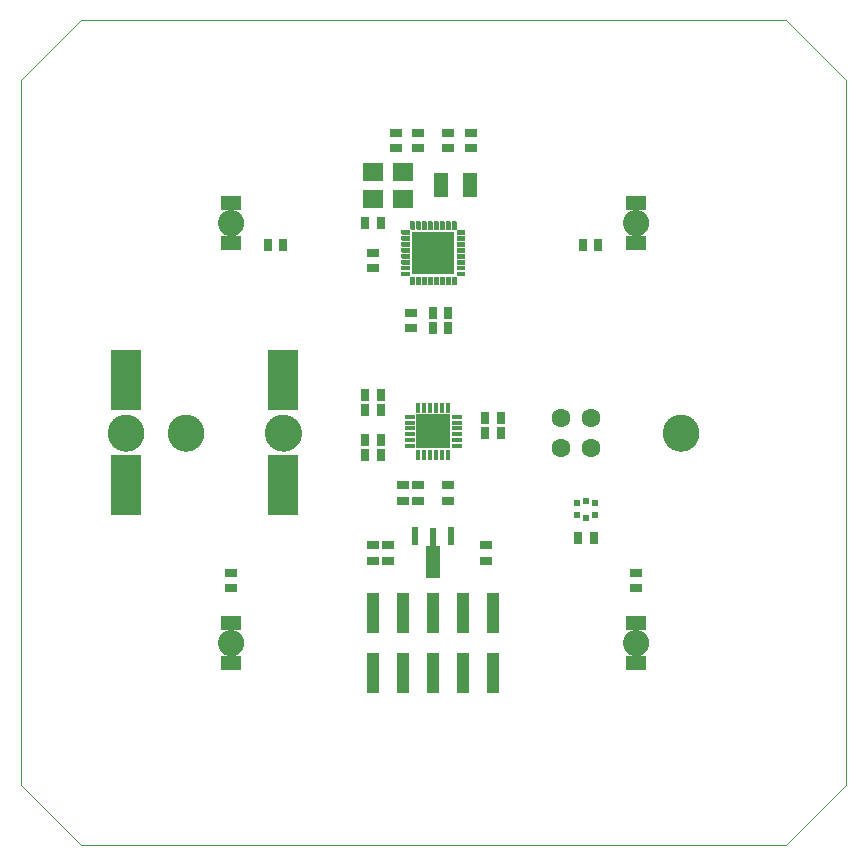
<source format=gts>
G75*
%MOIN*%
%OFA0B0*%
%FSLAX25Y25*%
%IPPOS*%
%LPD*%
%AMOC8*
5,1,8,0,0,1.08239X$1,22.5*
%
%ADD10C,0.00000*%
%ADD11C,0.12211*%
%ADD12R,0.04400X0.13400*%
%ADD13R,0.02290X0.05912*%
%ADD14R,0.02290X0.06404*%
%ADD15R,0.05124X0.11128*%
%ADD16R,0.03943X0.03156*%
%ADD17R,0.04731X0.07880*%
%ADD18R,0.10400X0.20400*%
%ADD19R,0.03156X0.03943*%
%ADD20R,0.06699X0.04731*%
%ADD21C,0.08668*%
%ADD22R,0.02172X0.02369*%
%ADD23R,0.02369X0.02172*%
%ADD24R,0.01600X0.02800*%
%ADD25R,0.02800X0.01600*%
%ADD26R,0.14000X0.14000*%
%ADD27C,0.00100*%
%ADD28R,0.03550X0.01581*%
%ADD29R,0.01581X0.03550*%
%ADD30R,0.11227X0.11227*%
%ADD31R,0.06699X0.06306*%
%ADD32C,0.06306*%
D10*
X0033342Y0048933D02*
X0033342Y0283933D01*
X0053342Y0303933D01*
X0058302Y0303894D01*
X0053342Y0303933D02*
X0288342Y0303933D01*
X0308342Y0283933D01*
X0308342Y0048933D01*
X0288342Y0028933D01*
X0053342Y0028933D01*
X0033342Y0048933D01*
X0099208Y0096433D02*
X0099210Y0096561D01*
X0099216Y0096689D01*
X0099226Y0096816D01*
X0099240Y0096944D01*
X0099257Y0097070D01*
X0099279Y0097196D01*
X0099305Y0097322D01*
X0099334Y0097446D01*
X0099367Y0097570D01*
X0099404Y0097692D01*
X0099445Y0097813D01*
X0099490Y0097933D01*
X0099538Y0098052D01*
X0099590Y0098169D01*
X0099646Y0098284D01*
X0099705Y0098398D01*
X0099767Y0098509D01*
X0099833Y0098619D01*
X0099902Y0098726D01*
X0099975Y0098832D01*
X0100051Y0098935D01*
X0100130Y0099035D01*
X0100212Y0099134D01*
X0100297Y0099229D01*
X0100385Y0099322D01*
X0100476Y0099412D01*
X0100569Y0099499D01*
X0100666Y0099584D01*
X0100764Y0099665D01*
X0100866Y0099743D01*
X0100969Y0099818D01*
X0101075Y0099890D01*
X0101183Y0099959D01*
X0101293Y0100024D01*
X0101406Y0100085D01*
X0101520Y0100144D01*
X0101635Y0100198D01*
X0101753Y0100249D01*
X0101871Y0100297D01*
X0101992Y0100340D01*
X0102113Y0100380D01*
X0102236Y0100416D01*
X0102360Y0100449D01*
X0102485Y0100477D01*
X0102610Y0100502D01*
X0102736Y0100522D01*
X0102863Y0100539D01*
X0102991Y0100552D01*
X0103118Y0100561D01*
X0103246Y0100566D01*
X0103374Y0100567D01*
X0103502Y0100564D01*
X0103630Y0100557D01*
X0103757Y0100546D01*
X0103884Y0100531D01*
X0104011Y0100513D01*
X0104137Y0100490D01*
X0104262Y0100463D01*
X0104386Y0100433D01*
X0104509Y0100399D01*
X0104632Y0100361D01*
X0104753Y0100319D01*
X0104872Y0100273D01*
X0104990Y0100224D01*
X0105107Y0100171D01*
X0105222Y0100115D01*
X0105335Y0100055D01*
X0105446Y0099992D01*
X0105555Y0099925D01*
X0105662Y0099855D01*
X0105767Y0099781D01*
X0105869Y0099705D01*
X0105969Y0099625D01*
X0106067Y0099542D01*
X0106162Y0099456D01*
X0106254Y0099367D01*
X0106343Y0099276D01*
X0106430Y0099182D01*
X0106513Y0099085D01*
X0106594Y0098985D01*
X0106671Y0098884D01*
X0106746Y0098779D01*
X0106817Y0098673D01*
X0106884Y0098564D01*
X0106949Y0098454D01*
X0107009Y0098341D01*
X0107067Y0098227D01*
X0107120Y0098111D01*
X0107170Y0097993D01*
X0107217Y0097874D01*
X0107260Y0097753D01*
X0107299Y0097631D01*
X0107334Y0097508D01*
X0107365Y0097384D01*
X0107393Y0097259D01*
X0107416Y0097133D01*
X0107436Y0097007D01*
X0107452Y0096880D01*
X0107464Y0096753D01*
X0107472Y0096625D01*
X0107476Y0096497D01*
X0107476Y0096369D01*
X0107472Y0096241D01*
X0107464Y0096113D01*
X0107452Y0095986D01*
X0107436Y0095859D01*
X0107416Y0095733D01*
X0107393Y0095607D01*
X0107365Y0095482D01*
X0107334Y0095358D01*
X0107299Y0095235D01*
X0107260Y0095113D01*
X0107217Y0094992D01*
X0107170Y0094873D01*
X0107120Y0094755D01*
X0107067Y0094639D01*
X0107009Y0094525D01*
X0106949Y0094412D01*
X0106884Y0094302D01*
X0106817Y0094193D01*
X0106746Y0094087D01*
X0106671Y0093982D01*
X0106594Y0093881D01*
X0106513Y0093781D01*
X0106430Y0093684D01*
X0106343Y0093590D01*
X0106254Y0093499D01*
X0106162Y0093410D01*
X0106067Y0093324D01*
X0105969Y0093241D01*
X0105869Y0093161D01*
X0105767Y0093085D01*
X0105662Y0093011D01*
X0105555Y0092941D01*
X0105446Y0092874D01*
X0105335Y0092811D01*
X0105222Y0092751D01*
X0105107Y0092695D01*
X0104990Y0092642D01*
X0104872Y0092593D01*
X0104753Y0092547D01*
X0104632Y0092505D01*
X0104509Y0092467D01*
X0104386Y0092433D01*
X0104262Y0092403D01*
X0104137Y0092376D01*
X0104011Y0092353D01*
X0103884Y0092335D01*
X0103757Y0092320D01*
X0103630Y0092309D01*
X0103502Y0092302D01*
X0103374Y0092299D01*
X0103246Y0092300D01*
X0103118Y0092305D01*
X0102991Y0092314D01*
X0102863Y0092327D01*
X0102736Y0092344D01*
X0102610Y0092364D01*
X0102485Y0092389D01*
X0102360Y0092417D01*
X0102236Y0092450D01*
X0102113Y0092486D01*
X0101992Y0092526D01*
X0101871Y0092569D01*
X0101753Y0092617D01*
X0101635Y0092668D01*
X0101520Y0092722D01*
X0101406Y0092781D01*
X0101293Y0092842D01*
X0101183Y0092907D01*
X0101075Y0092976D01*
X0100969Y0093048D01*
X0100866Y0093123D01*
X0100764Y0093201D01*
X0100666Y0093282D01*
X0100569Y0093367D01*
X0100476Y0093454D01*
X0100385Y0093544D01*
X0100297Y0093637D01*
X0100212Y0093732D01*
X0100130Y0093831D01*
X0100051Y0093931D01*
X0099975Y0094034D01*
X0099902Y0094140D01*
X0099833Y0094247D01*
X0099767Y0094357D01*
X0099705Y0094468D01*
X0099646Y0094582D01*
X0099590Y0094697D01*
X0099538Y0094814D01*
X0099490Y0094933D01*
X0099445Y0095053D01*
X0099404Y0095174D01*
X0099367Y0095296D01*
X0099334Y0095420D01*
X0099305Y0095544D01*
X0099279Y0095670D01*
X0099257Y0095796D01*
X0099240Y0095922D01*
X0099226Y0096050D01*
X0099216Y0096177D01*
X0099210Y0096305D01*
X0099208Y0096433D01*
X0082436Y0166433D02*
X0082438Y0166586D01*
X0082444Y0166740D01*
X0082454Y0166893D01*
X0082468Y0167045D01*
X0082486Y0167198D01*
X0082508Y0167349D01*
X0082533Y0167500D01*
X0082563Y0167651D01*
X0082597Y0167801D01*
X0082634Y0167949D01*
X0082675Y0168097D01*
X0082720Y0168243D01*
X0082769Y0168389D01*
X0082822Y0168533D01*
X0082878Y0168675D01*
X0082938Y0168816D01*
X0083002Y0168956D01*
X0083069Y0169094D01*
X0083140Y0169230D01*
X0083215Y0169364D01*
X0083292Y0169496D01*
X0083374Y0169626D01*
X0083458Y0169754D01*
X0083546Y0169880D01*
X0083637Y0170003D01*
X0083731Y0170124D01*
X0083829Y0170242D01*
X0083929Y0170358D01*
X0084033Y0170471D01*
X0084139Y0170582D01*
X0084248Y0170690D01*
X0084360Y0170795D01*
X0084474Y0170896D01*
X0084592Y0170995D01*
X0084711Y0171091D01*
X0084833Y0171184D01*
X0084958Y0171273D01*
X0085085Y0171360D01*
X0085214Y0171442D01*
X0085345Y0171522D01*
X0085478Y0171598D01*
X0085613Y0171671D01*
X0085750Y0171740D01*
X0085889Y0171805D01*
X0086029Y0171867D01*
X0086171Y0171925D01*
X0086314Y0171980D01*
X0086459Y0172031D01*
X0086605Y0172078D01*
X0086752Y0172121D01*
X0086900Y0172160D01*
X0087049Y0172196D01*
X0087199Y0172227D01*
X0087350Y0172255D01*
X0087501Y0172279D01*
X0087654Y0172299D01*
X0087806Y0172315D01*
X0087959Y0172327D01*
X0088112Y0172335D01*
X0088265Y0172339D01*
X0088419Y0172339D01*
X0088572Y0172335D01*
X0088725Y0172327D01*
X0088878Y0172315D01*
X0089030Y0172299D01*
X0089183Y0172279D01*
X0089334Y0172255D01*
X0089485Y0172227D01*
X0089635Y0172196D01*
X0089784Y0172160D01*
X0089932Y0172121D01*
X0090079Y0172078D01*
X0090225Y0172031D01*
X0090370Y0171980D01*
X0090513Y0171925D01*
X0090655Y0171867D01*
X0090795Y0171805D01*
X0090934Y0171740D01*
X0091071Y0171671D01*
X0091206Y0171598D01*
X0091339Y0171522D01*
X0091470Y0171442D01*
X0091599Y0171360D01*
X0091726Y0171273D01*
X0091851Y0171184D01*
X0091973Y0171091D01*
X0092092Y0170995D01*
X0092210Y0170896D01*
X0092324Y0170795D01*
X0092436Y0170690D01*
X0092545Y0170582D01*
X0092651Y0170471D01*
X0092755Y0170358D01*
X0092855Y0170242D01*
X0092953Y0170124D01*
X0093047Y0170003D01*
X0093138Y0169880D01*
X0093226Y0169754D01*
X0093310Y0169626D01*
X0093392Y0169496D01*
X0093469Y0169364D01*
X0093544Y0169230D01*
X0093615Y0169094D01*
X0093682Y0168956D01*
X0093746Y0168816D01*
X0093806Y0168675D01*
X0093862Y0168533D01*
X0093915Y0168389D01*
X0093964Y0168243D01*
X0094009Y0168097D01*
X0094050Y0167949D01*
X0094087Y0167801D01*
X0094121Y0167651D01*
X0094151Y0167500D01*
X0094176Y0167349D01*
X0094198Y0167198D01*
X0094216Y0167045D01*
X0094230Y0166893D01*
X0094240Y0166740D01*
X0094246Y0166586D01*
X0094248Y0166433D01*
X0094246Y0166280D01*
X0094240Y0166126D01*
X0094230Y0165973D01*
X0094216Y0165821D01*
X0094198Y0165668D01*
X0094176Y0165517D01*
X0094151Y0165366D01*
X0094121Y0165215D01*
X0094087Y0165065D01*
X0094050Y0164917D01*
X0094009Y0164769D01*
X0093964Y0164623D01*
X0093915Y0164477D01*
X0093862Y0164333D01*
X0093806Y0164191D01*
X0093746Y0164050D01*
X0093682Y0163910D01*
X0093615Y0163772D01*
X0093544Y0163636D01*
X0093469Y0163502D01*
X0093392Y0163370D01*
X0093310Y0163240D01*
X0093226Y0163112D01*
X0093138Y0162986D01*
X0093047Y0162863D01*
X0092953Y0162742D01*
X0092855Y0162624D01*
X0092755Y0162508D01*
X0092651Y0162395D01*
X0092545Y0162284D01*
X0092436Y0162176D01*
X0092324Y0162071D01*
X0092210Y0161970D01*
X0092092Y0161871D01*
X0091973Y0161775D01*
X0091851Y0161682D01*
X0091726Y0161593D01*
X0091599Y0161506D01*
X0091470Y0161424D01*
X0091339Y0161344D01*
X0091206Y0161268D01*
X0091071Y0161195D01*
X0090934Y0161126D01*
X0090795Y0161061D01*
X0090655Y0160999D01*
X0090513Y0160941D01*
X0090370Y0160886D01*
X0090225Y0160835D01*
X0090079Y0160788D01*
X0089932Y0160745D01*
X0089784Y0160706D01*
X0089635Y0160670D01*
X0089485Y0160639D01*
X0089334Y0160611D01*
X0089183Y0160587D01*
X0089030Y0160567D01*
X0088878Y0160551D01*
X0088725Y0160539D01*
X0088572Y0160531D01*
X0088419Y0160527D01*
X0088265Y0160527D01*
X0088112Y0160531D01*
X0087959Y0160539D01*
X0087806Y0160551D01*
X0087654Y0160567D01*
X0087501Y0160587D01*
X0087350Y0160611D01*
X0087199Y0160639D01*
X0087049Y0160670D01*
X0086900Y0160706D01*
X0086752Y0160745D01*
X0086605Y0160788D01*
X0086459Y0160835D01*
X0086314Y0160886D01*
X0086171Y0160941D01*
X0086029Y0160999D01*
X0085889Y0161061D01*
X0085750Y0161126D01*
X0085613Y0161195D01*
X0085478Y0161268D01*
X0085345Y0161344D01*
X0085214Y0161424D01*
X0085085Y0161506D01*
X0084958Y0161593D01*
X0084833Y0161682D01*
X0084711Y0161775D01*
X0084592Y0161871D01*
X0084474Y0161970D01*
X0084360Y0162071D01*
X0084248Y0162176D01*
X0084139Y0162284D01*
X0084033Y0162395D01*
X0083929Y0162508D01*
X0083829Y0162624D01*
X0083731Y0162742D01*
X0083637Y0162863D01*
X0083546Y0162986D01*
X0083458Y0163112D01*
X0083374Y0163240D01*
X0083292Y0163370D01*
X0083215Y0163502D01*
X0083140Y0163636D01*
X0083069Y0163772D01*
X0083002Y0163910D01*
X0082938Y0164050D01*
X0082878Y0164191D01*
X0082822Y0164333D01*
X0082769Y0164477D01*
X0082720Y0164623D01*
X0082675Y0164769D01*
X0082634Y0164917D01*
X0082597Y0165065D01*
X0082563Y0165215D01*
X0082533Y0165366D01*
X0082508Y0165517D01*
X0082486Y0165668D01*
X0082468Y0165821D01*
X0082454Y0165973D01*
X0082444Y0166126D01*
X0082438Y0166280D01*
X0082436Y0166433D01*
X0062436Y0166433D02*
X0062438Y0166586D01*
X0062444Y0166740D01*
X0062454Y0166893D01*
X0062468Y0167045D01*
X0062486Y0167198D01*
X0062508Y0167349D01*
X0062533Y0167500D01*
X0062563Y0167651D01*
X0062597Y0167801D01*
X0062634Y0167949D01*
X0062675Y0168097D01*
X0062720Y0168243D01*
X0062769Y0168389D01*
X0062822Y0168533D01*
X0062878Y0168675D01*
X0062938Y0168816D01*
X0063002Y0168956D01*
X0063069Y0169094D01*
X0063140Y0169230D01*
X0063215Y0169364D01*
X0063292Y0169496D01*
X0063374Y0169626D01*
X0063458Y0169754D01*
X0063546Y0169880D01*
X0063637Y0170003D01*
X0063731Y0170124D01*
X0063829Y0170242D01*
X0063929Y0170358D01*
X0064033Y0170471D01*
X0064139Y0170582D01*
X0064248Y0170690D01*
X0064360Y0170795D01*
X0064474Y0170896D01*
X0064592Y0170995D01*
X0064711Y0171091D01*
X0064833Y0171184D01*
X0064958Y0171273D01*
X0065085Y0171360D01*
X0065214Y0171442D01*
X0065345Y0171522D01*
X0065478Y0171598D01*
X0065613Y0171671D01*
X0065750Y0171740D01*
X0065889Y0171805D01*
X0066029Y0171867D01*
X0066171Y0171925D01*
X0066314Y0171980D01*
X0066459Y0172031D01*
X0066605Y0172078D01*
X0066752Y0172121D01*
X0066900Y0172160D01*
X0067049Y0172196D01*
X0067199Y0172227D01*
X0067350Y0172255D01*
X0067501Y0172279D01*
X0067654Y0172299D01*
X0067806Y0172315D01*
X0067959Y0172327D01*
X0068112Y0172335D01*
X0068265Y0172339D01*
X0068419Y0172339D01*
X0068572Y0172335D01*
X0068725Y0172327D01*
X0068878Y0172315D01*
X0069030Y0172299D01*
X0069183Y0172279D01*
X0069334Y0172255D01*
X0069485Y0172227D01*
X0069635Y0172196D01*
X0069784Y0172160D01*
X0069932Y0172121D01*
X0070079Y0172078D01*
X0070225Y0172031D01*
X0070370Y0171980D01*
X0070513Y0171925D01*
X0070655Y0171867D01*
X0070795Y0171805D01*
X0070934Y0171740D01*
X0071071Y0171671D01*
X0071206Y0171598D01*
X0071339Y0171522D01*
X0071470Y0171442D01*
X0071599Y0171360D01*
X0071726Y0171273D01*
X0071851Y0171184D01*
X0071973Y0171091D01*
X0072092Y0170995D01*
X0072210Y0170896D01*
X0072324Y0170795D01*
X0072436Y0170690D01*
X0072545Y0170582D01*
X0072651Y0170471D01*
X0072755Y0170358D01*
X0072855Y0170242D01*
X0072953Y0170124D01*
X0073047Y0170003D01*
X0073138Y0169880D01*
X0073226Y0169754D01*
X0073310Y0169626D01*
X0073392Y0169496D01*
X0073469Y0169364D01*
X0073544Y0169230D01*
X0073615Y0169094D01*
X0073682Y0168956D01*
X0073746Y0168816D01*
X0073806Y0168675D01*
X0073862Y0168533D01*
X0073915Y0168389D01*
X0073964Y0168243D01*
X0074009Y0168097D01*
X0074050Y0167949D01*
X0074087Y0167801D01*
X0074121Y0167651D01*
X0074151Y0167500D01*
X0074176Y0167349D01*
X0074198Y0167198D01*
X0074216Y0167045D01*
X0074230Y0166893D01*
X0074240Y0166740D01*
X0074246Y0166586D01*
X0074248Y0166433D01*
X0074246Y0166280D01*
X0074240Y0166126D01*
X0074230Y0165973D01*
X0074216Y0165821D01*
X0074198Y0165668D01*
X0074176Y0165517D01*
X0074151Y0165366D01*
X0074121Y0165215D01*
X0074087Y0165065D01*
X0074050Y0164917D01*
X0074009Y0164769D01*
X0073964Y0164623D01*
X0073915Y0164477D01*
X0073862Y0164333D01*
X0073806Y0164191D01*
X0073746Y0164050D01*
X0073682Y0163910D01*
X0073615Y0163772D01*
X0073544Y0163636D01*
X0073469Y0163502D01*
X0073392Y0163370D01*
X0073310Y0163240D01*
X0073226Y0163112D01*
X0073138Y0162986D01*
X0073047Y0162863D01*
X0072953Y0162742D01*
X0072855Y0162624D01*
X0072755Y0162508D01*
X0072651Y0162395D01*
X0072545Y0162284D01*
X0072436Y0162176D01*
X0072324Y0162071D01*
X0072210Y0161970D01*
X0072092Y0161871D01*
X0071973Y0161775D01*
X0071851Y0161682D01*
X0071726Y0161593D01*
X0071599Y0161506D01*
X0071470Y0161424D01*
X0071339Y0161344D01*
X0071206Y0161268D01*
X0071071Y0161195D01*
X0070934Y0161126D01*
X0070795Y0161061D01*
X0070655Y0160999D01*
X0070513Y0160941D01*
X0070370Y0160886D01*
X0070225Y0160835D01*
X0070079Y0160788D01*
X0069932Y0160745D01*
X0069784Y0160706D01*
X0069635Y0160670D01*
X0069485Y0160639D01*
X0069334Y0160611D01*
X0069183Y0160587D01*
X0069030Y0160567D01*
X0068878Y0160551D01*
X0068725Y0160539D01*
X0068572Y0160531D01*
X0068419Y0160527D01*
X0068265Y0160527D01*
X0068112Y0160531D01*
X0067959Y0160539D01*
X0067806Y0160551D01*
X0067654Y0160567D01*
X0067501Y0160587D01*
X0067350Y0160611D01*
X0067199Y0160639D01*
X0067049Y0160670D01*
X0066900Y0160706D01*
X0066752Y0160745D01*
X0066605Y0160788D01*
X0066459Y0160835D01*
X0066314Y0160886D01*
X0066171Y0160941D01*
X0066029Y0160999D01*
X0065889Y0161061D01*
X0065750Y0161126D01*
X0065613Y0161195D01*
X0065478Y0161268D01*
X0065345Y0161344D01*
X0065214Y0161424D01*
X0065085Y0161506D01*
X0064958Y0161593D01*
X0064833Y0161682D01*
X0064711Y0161775D01*
X0064592Y0161871D01*
X0064474Y0161970D01*
X0064360Y0162071D01*
X0064248Y0162176D01*
X0064139Y0162284D01*
X0064033Y0162395D01*
X0063929Y0162508D01*
X0063829Y0162624D01*
X0063731Y0162742D01*
X0063637Y0162863D01*
X0063546Y0162986D01*
X0063458Y0163112D01*
X0063374Y0163240D01*
X0063292Y0163370D01*
X0063215Y0163502D01*
X0063140Y0163636D01*
X0063069Y0163772D01*
X0063002Y0163910D01*
X0062938Y0164050D01*
X0062878Y0164191D01*
X0062822Y0164333D01*
X0062769Y0164477D01*
X0062720Y0164623D01*
X0062675Y0164769D01*
X0062634Y0164917D01*
X0062597Y0165065D01*
X0062563Y0165215D01*
X0062533Y0165366D01*
X0062508Y0165517D01*
X0062486Y0165668D01*
X0062468Y0165821D01*
X0062454Y0165973D01*
X0062444Y0166126D01*
X0062438Y0166280D01*
X0062436Y0166433D01*
X0114936Y0166433D02*
X0114938Y0166586D01*
X0114944Y0166740D01*
X0114954Y0166893D01*
X0114968Y0167045D01*
X0114986Y0167198D01*
X0115008Y0167349D01*
X0115033Y0167500D01*
X0115063Y0167651D01*
X0115097Y0167801D01*
X0115134Y0167949D01*
X0115175Y0168097D01*
X0115220Y0168243D01*
X0115269Y0168389D01*
X0115322Y0168533D01*
X0115378Y0168675D01*
X0115438Y0168816D01*
X0115502Y0168956D01*
X0115569Y0169094D01*
X0115640Y0169230D01*
X0115715Y0169364D01*
X0115792Y0169496D01*
X0115874Y0169626D01*
X0115958Y0169754D01*
X0116046Y0169880D01*
X0116137Y0170003D01*
X0116231Y0170124D01*
X0116329Y0170242D01*
X0116429Y0170358D01*
X0116533Y0170471D01*
X0116639Y0170582D01*
X0116748Y0170690D01*
X0116860Y0170795D01*
X0116974Y0170896D01*
X0117092Y0170995D01*
X0117211Y0171091D01*
X0117333Y0171184D01*
X0117458Y0171273D01*
X0117585Y0171360D01*
X0117714Y0171442D01*
X0117845Y0171522D01*
X0117978Y0171598D01*
X0118113Y0171671D01*
X0118250Y0171740D01*
X0118389Y0171805D01*
X0118529Y0171867D01*
X0118671Y0171925D01*
X0118814Y0171980D01*
X0118959Y0172031D01*
X0119105Y0172078D01*
X0119252Y0172121D01*
X0119400Y0172160D01*
X0119549Y0172196D01*
X0119699Y0172227D01*
X0119850Y0172255D01*
X0120001Y0172279D01*
X0120154Y0172299D01*
X0120306Y0172315D01*
X0120459Y0172327D01*
X0120612Y0172335D01*
X0120765Y0172339D01*
X0120919Y0172339D01*
X0121072Y0172335D01*
X0121225Y0172327D01*
X0121378Y0172315D01*
X0121530Y0172299D01*
X0121683Y0172279D01*
X0121834Y0172255D01*
X0121985Y0172227D01*
X0122135Y0172196D01*
X0122284Y0172160D01*
X0122432Y0172121D01*
X0122579Y0172078D01*
X0122725Y0172031D01*
X0122870Y0171980D01*
X0123013Y0171925D01*
X0123155Y0171867D01*
X0123295Y0171805D01*
X0123434Y0171740D01*
X0123571Y0171671D01*
X0123706Y0171598D01*
X0123839Y0171522D01*
X0123970Y0171442D01*
X0124099Y0171360D01*
X0124226Y0171273D01*
X0124351Y0171184D01*
X0124473Y0171091D01*
X0124592Y0170995D01*
X0124710Y0170896D01*
X0124824Y0170795D01*
X0124936Y0170690D01*
X0125045Y0170582D01*
X0125151Y0170471D01*
X0125255Y0170358D01*
X0125355Y0170242D01*
X0125453Y0170124D01*
X0125547Y0170003D01*
X0125638Y0169880D01*
X0125726Y0169754D01*
X0125810Y0169626D01*
X0125892Y0169496D01*
X0125969Y0169364D01*
X0126044Y0169230D01*
X0126115Y0169094D01*
X0126182Y0168956D01*
X0126246Y0168816D01*
X0126306Y0168675D01*
X0126362Y0168533D01*
X0126415Y0168389D01*
X0126464Y0168243D01*
X0126509Y0168097D01*
X0126550Y0167949D01*
X0126587Y0167801D01*
X0126621Y0167651D01*
X0126651Y0167500D01*
X0126676Y0167349D01*
X0126698Y0167198D01*
X0126716Y0167045D01*
X0126730Y0166893D01*
X0126740Y0166740D01*
X0126746Y0166586D01*
X0126748Y0166433D01*
X0126746Y0166280D01*
X0126740Y0166126D01*
X0126730Y0165973D01*
X0126716Y0165821D01*
X0126698Y0165668D01*
X0126676Y0165517D01*
X0126651Y0165366D01*
X0126621Y0165215D01*
X0126587Y0165065D01*
X0126550Y0164917D01*
X0126509Y0164769D01*
X0126464Y0164623D01*
X0126415Y0164477D01*
X0126362Y0164333D01*
X0126306Y0164191D01*
X0126246Y0164050D01*
X0126182Y0163910D01*
X0126115Y0163772D01*
X0126044Y0163636D01*
X0125969Y0163502D01*
X0125892Y0163370D01*
X0125810Y0163240D01*
X0125726Y0163112D01*
X0125638Y0162986D01*
X0125547Y0162863D01*
X0125453Y0162742D01*
X0125355Y0162624D01*
X0125255Y0162508D01*
X0125151Y0162395D01*
X0125045Y0162284D01*
X0124936Y0162176D01*
X0124824Y0162071D01*
X0124710Y0161970D01*
X0124592Y0161871D01*
X0124473Y0161775D01*
X0124351Y0161682D01*
X0124226Y0161593D01*
X0124099Y0161506D01*
X0123970Y0161424D01*
X0123839Y0161344D01*
X0123706Y0161268D01*
X0123571Y0161195D01*
X0123434Y0161126D01*
X0123295Y0161061D01*
X0123155Y0160999D01*
X0123013Y0160941D01*
X0122870Y0160886D01*
X0122725Y0160835D01*
X0122579Y0160788D01*
X0122432Y0160745D01*
X0122284Y0160706D01*
X0122135Y0160670D01*
X0121985Y0160639D01*
X0121834Y0160611D01*
X0121683Y0160587D01*
X0121530Y0160567D01*
X0121378Y0160551D01*
X0121225Y0160539D01*
X0121072Y0160531D01*
X0120919Y0160527D01*
X0120765Y0160527D01*
X0120612Y0160531D01*
X0120459Y0160539D01*
X0120306Y0160551D01*
X0120154Y0160567D01*
X0120001Y0160587D01*
X0119850Y0160611D01*
X0119699Y0160639D01*
X0119549Y0160670D01*
X0119400Y0160706D01*
X0119252Y0160745D01*
X0119105Y0160788D01*
X0118959Y0160835D01*
X0118814Y0160886D01*
X0118671Y0160941D01*
X0118529Y0160999D01*
X0118389Y0161061D01*
X0118250Y0161126D01*
X0118113Y0161195D01*
X0117978Y0161268D01*
X0117845Y0161344D01*
X0117714Y0161424D01*
X0117585Y0161506D01*
X0117458Y0161593D01*
X0117333Y0161682D01*
X0117211Y0161775D01*
X0117092Y0161871D01*
X0116974Y0161970D01*
X0116860Y0162071D01*
X0116748Y0162176D01*
X0116639Y0162284D01*
X0116533Y0162395D01*
X0116429Y0162508D01*
X0116329Y0162624D01*
X0116231Y0162742D01*
X0116137Y0162863D01*
X0116046Y0162986D01*
X0115958Y0163112D01*
X0115874Y0163240D01*
X0115792Y0163370D01*
X0115715Y0163502D01*
X0115640Y0163636D01*
X0115569Y0163772D01*
X0115502Y0163910D01*
X0115438Y0164050D01*
X0115378Y0164191D01*
X0115322Y0164333D01*
X0115269Y0164477D01*
X0115220Y0164623D01*
X0115175Y0164769D01*
X0115134Y0164917D01*
X0115097Y0165065D01*
X0115063Y0165215D01*
X0115033Y0165366D01*
X0115008Y0165517D01*
X0114986Y0165668D01*
X0114968Y0165821D01*
X0114954Y0165973D01*
X0114944Y0166126D01*
X0114938Y0166280D01*
X0114936Y0166433D01*
X0099208Y0236433D02*
X0099210Y0236561D01*
X0099216Y0236689D01*
X0099226Y0236816D01*
X0099240Y0236944D01*
X0099257Y0237070D01*
X0099279Y0237196D01*
X0099305Y0237322D01*
X0099334Y0237446D01*
X0099367Y0237570D01*
X0099404Y0237692D01*
X0099445Y0237813D01*
X0099490Y0237933D01*
X0099538Y0238052D01*
X0099590Y0238169D01*
X0099646Y0238284D01*
X0099705Y0238398D01*
X0099767Y0238509D01*
X0099833Y0238619D01*
X0099902Y0238726D01*
X0099975Y0238832D01*
X0100051Y0238935D01*
X0100130Y0239035D01*
X0100212Y0239134D01*
X0100297Y0239229D01*
X0100385Y0239322D01*
X0100476Y0239412D01*
X0100569Y0239499D01*
X0100666Y0239584D01*
X0100764Y0239665D01*
X0100866Y0239743D01*
X0100969Y0239818D01*
X0101075Y0239890D01*
X0101183Y0239959D01*
X0101293Y0240024D01*
X0101406Y0240085D01*
X0101520Y0240144D01*
X0101635Y0240198D01*
X0101753Y0240249D01*
X0101871Y0240297D01*
X0101992Y0240340D01*
X0102113Y0240380D01*
X0102236Y0240416D01*
X0102360Y0240449D01*
X0102485Y0240477D01*
X0102610Y0240502D01*
X0102736Y0240522D01*
X0102863Y0240539D01*
X0102991Y0240552D01*
X0103118Y0240561D01*
X0103246Y0240566D01*
X0103374Y0240567D01*
X0103502Y0240564D01*
X0103630Y0240557D01*
X0103757Y0240546D01*
X0103884Y0240531D01*
X0104011Y0240513D01*
X0104137Y0240490D01*
X0104262Y0240463D01*
X0104386Y0240433D01*
X0104509Y0240399D01*
X0104632Y0240361D01*
X0104753Y0240319D01*
X0104872Y0240273D01*
X0104990Y0240224D01*
X0105107Y0240171D01*
X0105222Y0240115D01*
X0105335Y0240055D01*
X0105446Y0239992D01*
X0105555Y0239925D01*
X0105662Y0239855D01*
X0105767Y0239781D01*
X0105869Y0239705D01*
X0105969Y0239625D01*
X0106067Y0239542D01*
X0106162Y0239456D01*
X0106254Y0239367D01*
X0106343Y0239276D01*
X0106430Y0239182D01*
X0106513Y0239085D01*
X0106594Y0238985D01*
X0106671Y0238884D01*
X0106746Y0238779D01*
X0106817Y0238673D01*
X0106884Y0238564D01*
X0106949Y0238454D01*
X0107009Y0238341D01*
X0107067Y0238227D01*
X0107120Y0238111D01*
X0107170Y0237993D01*
X0107217Y0237874D01*
X0107260Y0237753D01*
X0107299Y0237631D01*
X0107334Y0237508D01*
X0107365Y0237384D01*
X0107393Y0237259D01*
X0107416Y0237133D01*
X0107436Y0237007D01*
X0107452Y0236880D01*
X0107464Y0236753D01*
X0107472Y0236625D01*
X0107476Y0236497D01*
X0107476Y0236369D01*
X0107472Y0236241D01*
X0107464Y0236113D01*
X0107452Y0235986D01*
X0107436Y0235859D01*
X0107416Y0235733D01*
X0107393Y0235607D01*
X0107365Y0235482D01*
X0107334Y0235358D01*
X0107299Y0235235D01*
X0107260Y0235113D01*
X0107217Y0234992D01*
X0107170Y0234873D01*
X0107120Y0234755D01*
X0107067Y0234639D01*
X0107009Y0234525D01*
X0106949Y0234412D01*
X0106884Y0234302D01*
X0106817Y0234193D01*
X0106746Y0234087D01*
X0106671Y0233982D01*
X0106594Y0233881D01*
X0106513Y0233781D01*
X0106430Y0233684D01*
X0106343Y0233590D01*
X0106254Y0233499D01*
X0106162Y0233410D01*
X0106067Y0233324D01*
X0105969Y0233241D01*
X0105869Y0233161D01*
X0105767Y0233085D01*
X0105662Y0233011D01*
X0105555Y0232941D01*
X0105446Y0232874D01*
X0105335Y0232811D01*
X0105222Y0232751D01*
X0105107Y0232695D01*
X0104990Y0232642D01*
X0104872Y0232593D01*
X0104753Y0232547D01*
X0104632Y0232505D01*
X0104509Y0232467D01*
X0104386Y0232433D01*
X0104262Y0232403D01*
X0104137Y0232376D01*
X0104011Y0232353D01*
X0103884Y0232335D01*
X0103757Y0232320D01*
X0103630Y0232309D01*
X0103502Y0232302D01*
X0103374Y0232299D01*
X0103246Y0232300D01*
X0103118Y0232305D01*
X0102991Y0232314D01*
X0102863Y0232327D01*
X0102736Y0232344D01*
X0102610Y0232364D01*
X0102485Y0232389D01*
X0102360Y0232417D01*
X0102236Y0232450D01*
X0102113Y0232486D01*
X0101992Y0232526D01*
X0101871Y0232569D01*
X0101753Y0232617D01*
X0101635Y0232668D01*
X0101520Y0232722D01*
X0101406Y0232781D01*
X0101293Y0232842D01*
X0101183Y0232907D01*
X0101075Y0232976D01*
X0100969Y0233048D01*
X0100866Y0233123D01*
X0100764Y0233201D01*
X0100666Y0233282D01*
X0100569Y0233367D01*
X0100476Y0233454D01*
X0100385Y0233544D01*
X0100297Y0233637D01*
X0100212Y0233732D01*
X0100130Y0233831D01*
X0100051Y0233931D01*
X0099975Y0234034D01*
X0099902Y0234140D01*
X0099833Y0234247D01*
X0099767Y0234357D01*
X0099705Y0234468D01*
X0099646Y0234582D01*
X0099590Y0234697D01*
X0099538Y0234814D01*
X0099490Y0234933D01*
X0099445Y0235053D01*
X0099404Y0235174D01*
X0099367Y0235296D01*
X0099334Y0235420D01*
X0099305Y0235544D01*
X0099279Y0235670D01*
X0099257Y0235796D01*
X0099240Y0235922D01*
X0099226Y0236050D01*
X0099216Y0236177D01*
X0099210Y0236305D01*
X0099208Y0236433D01*
X0234208Y0236433D02*
X0234210Y0236561D01*
X0234216Y0236689D01*
X0234226Y0236816D01*
X0234240Y0236944D01*
X0234257Y0237070D01*
X0234279Y0237196D01*
X0234305Y0237322D01*
X0234334Y0237446D01*
X0234367Y0237570D01*
X0234404Y0237692D01*
X0234445Y0237813D01*
X0234490Y0237933D01*
X0234538Y0238052D01*
X0234590Y0238169D01*
X0234646Y0238284D01*
X0234705Y0238398D01*
X0234767Y0238509D01*
X0234833Y0238619D01*
X0234902Y0238726D01*
X0234975Y0238832D01*
X0235051Y0238935D01*
X0235130Y0239035D01*
X0235212Y0239134D01*
X0235297Y0239229D01*
X0235385Y0239322D01*
X0235476Y0239412D01*
X0235569Y0239499D01*
X0235666Y0239584D01*
X0235764Y0239665D01*
X0235866Y0239743D01*
X0235969Y0239818D01*
X0236075Y0239890D01*
X0236183Y0239959D01*
X0236293Y0240024D01*
X0236406Y0240085D01*
X0236520Y0240144D01*
X0236635Y0240198D01*
X0236753Y0240249D01*
X0236871Y0240297D01*
X0236992Y0240340D01*
X0237113Y0240380D01*
X0237236Y0240416D01*
X0237360Y0240449D01*
X0237485Y0240477D01*
X0237610Y0240502D01*
X0237736Y0240522D01*
X0237863Y0240539D01*
X0237991Y0240552D01*
X0238118Y0240561D01*
X0238246Y0240566D01*
X0238374Y0240567D01*
X0238502Y0240564D01*
X0238630Y0240557D01*
X0238757Y0240546D01*
X0238884Y0240531D01*
X0239011Y0240513D01*
X0239137Y0240490D01*
X0239262Y0240463D01*
X0239386Y0240433D01*
X0239509Y0240399D01*
X0239632Y0240361D01*
X0239753Y0240319D01*
X0239872Y0240273D01*
X0239990Y0240224D01*
X0240107Y0240171D01*
X0240222Y0240115D01*
X0240335Y0240055D01*
X0240446Y0239992D01*
X0240555Y0239925D01*
X0240662Y0239855D01*
X0240767Y0239781D01*
X0240869Y0239705D01*
X0240969Y0239625D01*
X0241067Y0239542D01*
X0241162Y0239456D01*
X0241254Y0239367D01*
X0241343Y0239276D01*
X0241430Y0239182D01*
X0241513Y0239085D01*
X0241594Y0238985D01*
X0241671Y0238884D01*
X0241746Y0238779D01*
X0241817Y0238673D01*
X0241884Y0238564D01*
X0241949Y0238454D01*
X0242009Y0238341D01*
X0242067Y0238227D01*
X0242120Y0238111D01*
X0242170Y0237993D01*
X0242217Y0237874D01*
X0242260Y0237753D01*
X0242299Y0237631D01*
X0242334Y0237508D01*
X0242365Y0237384D01*
X0242393Y0237259D01*
X0242416Y0237133D01*
X0242436Y0237007D01*
X0242452Y0236880D01*
X0242464Y0236753D01*
X0242472Y0236625D01*
X0242476Y0236497D01*
X0242476Y0236369D01*
X0242472Y0236241D01*
X0242464Y0236113D01*
X0242452Y0235986D01*
X0242436Y0235859D01*
X0242416Y0235733D01*
X0242393Y0235607D01*
X0242365Y0235482D01*
X0242334Y0235358D01*
X0242299Y0235235D01*
X0242260Y0235113D01*
X0242217Y0234992D01*
X0242170Y0234873D01*
X0242120Y0234755D01*
X0242067Y0234639D01*
X0242009Y0234525D01*
X0241949Y0234412D01*
X0241884Y0234302D01*
X0241817Y0234193D01*
X0241746Y0234087D01*
X0241671Y0233982D01*
X0241594Y0233881D01*
X0241513Y0233781D01*
X0241430Y0233684D01*
X0241343Y0233590D01*
X0241254Y0233499D01*
X0241162Y0233410D01*
X0241067Y0233324D01*
X0240969Y0233241D01*
X0240869Y0233161D01*
X0240767Y0233085D01*
X0240662Y0233011D01*
X0240555Y0232941D01*
X0240446Y0232874D01*
X0240335Y0232811D01*
X0240222Y0232751D01*
X0240107Y0232695D01*
X0239990Y0232642D01*
X0239872Y0232593D01*
X0239753Y0232547D01*
X0239632Y0232505D01*
X0239509Y0232467D01*
X0239386Y0232433D01*
X0239262Y0232403D01*
X0239137Y0232376D01*
X0239011Y0232353D01*
X0238884Y0232335D01*
X0238757Y0232320D01*
X0238630Y0232309D01*
X0238502Y0232302D01*
X0238374Y0232299D01*
X0238246Y0232300D01*
X0238118Y0232305D01*
X0237991Y0232314D01*
X0237863Y0232327D01*
X0237736Y0232344D01*
X0237610Y0232364D01*
X0237485Y0232389D01*
X0237360Y0232417D01*
X0237236Y0232450D01*
X0237113Y0232486D01*
X0236992Y0232526D01*
X0236871Y0232569D01*
X0236753Y0232617D01*
X0236635Y0232668D01*
X0236520Y0232722D01*
X0236406Y0232781D01*
X0236293Y0232842D01*
X0236183Y0232907D01*
X0236075Y0232976D01*
X0235969Y0233048D01*
X0235866Y0233123D01*
X0235764Y0233201D01*
X0235666Y0233282D01*
X0235569Y0233367D01*
X0235476Y0233454D01*
X0235385Y0233544D01*
X0235297Y0233637D01*
X0235212Y0233732D01*
X0235130Y0233831D01*
X0235051Y0233931D01*
X0234975Y0234034D01*
X0234902Y0234140D01*
X0234833Y0234247D01*
X0234767Y0234357D01*
X0234705Y0234468D01*
X0234646Y0234582D01*
X0234590Y0234697D01*
X0234538Y0234814D01*
X0234490Y0234933D01*
X0234445Y0235053D01*
X0234404Y0235174D01*
X0234367Y0235296D01*
X0234334Y0235420D01*
X0234305Y0235544D01*
X0234279Y0235670D01*
X0234257Y0235796D01*
X0234240Y0235922D01*
X0234226Y0236050D01*
X0234216Y0236177D01*
X0234210Y0236305D01*
X0234208Y0236433D01*
X0247436Y0166433D02*
X0247438Y0166586D01*
X0247444Y0166740D01*
X0247454Y0166893D01*
X0247468Y0167045D01*
X0247486Y0167198D01*
X0247508Y0167349D01*
X0247533Y0167500D01*
X0247563Y0167651D01*
X0247597Y0167801D01*
X0247634Y0167949D01*
X0247675Y0168097D01*
X0247720Y0168243D01*
X0247769Y0168389D01*
X0247822Y0168533D01*
X0247878Y0168675D01*
X0247938Y0168816D01*
X0248002Y0168956D01*
X0248069Y0169094D01*
X0248140Y0169230D01*
X0248215Y0169364D01*
X0248292Y0169496D01*
X0248374Y0169626D01*
X0248458Y0169754D01*
X0248546Y0169880D01*
X0248637Y0170003D01*
X0248731Y0170124D01*
X0248829Y0170242D01*
X0248929Y0170358D01*
X0249033Y0170471D01*
X0249139Y0170582D01*
X0249248Y0170690D01*
X0249360Y0170795D01*
X0249474Y0170896D01*
X0249592Y0170995D01*
X0249711Y0171091D01*
X0249833Y0171184D01*
X0249958Y0171273D01*
X0250085Y0171360D01*
X0250214Y0171442D01*
X0250345Y0171522D01*
X0250478Y0171598D01*
X0250613Y0171671D01*
X0250750Y0171740D01*
X0250889Y0171805D01*
X0251029Y0171867D01*
X0251171Y0171925D01*
X0251314Y0171980D01*
X0251459Y0172031D01*
X0251605Y0172078D01*
X0251752Y0172121D01*
X0251900Y0172160D01*
X0252049Y0172196D01*
X0252199Y0172227D01*
X0252350Y0172255D01*
X0252501Y0172279D01*
X0252654Y0172299D01*
X0252806Y0172315D01*
X0252959Y0172327D01*
X0253112Y0172335D01*
X0253265Y0172339D01*
X0253419Y0172339D01*
X0253572Y0172335D01*
X0253725Y0172327D01*
X0253878Y0172315D01*
X0254030Y0172299D01*
X0254183Y0172279D01*
X0254334Y0172255D01*
X0254485Y0172227D01*
X0254635Y0172196D01*
X0254784Y0172160D01*
X0254932Y0172121D01*
X0255079Y0172078D01*
X0255225Y0172031D01*
X0255370Y0171980D01*
X0255513Y0171925D01*
X0255655Y0171867D01*
X0255795Y0171805D01*
X0255934Y0171740D01*
X0256071Y0171671D01*
X0256206Y0171598D01*
X0256339Y0171522D01*
X0256470Y0171442D01*
X0256599Y0171360D01*
X0256726Y0171273D01*
X0256851Y0171184D01*
X0256973Y0171091D01*
X0257092Y0170995D01*
X0257210Y0170896D01*
X0257324Y0170795D01*
X0257436Y0170690D01*
X0257545Y0170582D01*
X0257651Y0170471D01*
X0257755Y0170358D01*
X0257855Y0170242D01*
X0257953Y0170124D01*
X0258047Y0170003D01*
X0258138Y0169880D01*
X0258226Y0169754D01*
X0258310Y0169626D01*
X0258392Y0169496D01*
X0258469Y0169364D01*
X0258544Y0169230D01*
X0258615Y0169094D01*
X0258682Y0168956D01*
X0258746Y0168816D01*
X0258806Y0168675D01*
X0258862Y0168533D01*
X0258915Y0168389D01*
X0258964Y0168243D01*
X0259009Y0168097D01*
X0259050Y0167949D01*
X0259087Y0167801D01*
X0259121Y0167651D01*
X0259151Y0167500D01*
X0259176Y0167349D01*
X0259198Y0167198D01*
X0259216Y0167045D01*
X0259230Y0166893D01*
X0259240Y0166740D01*
X0259246Y0166586D01*
X0259248Y0166433D01*
X0259246Y0166280D01*
X0259240Y0166126D01*
X0259230Y0165973D01*
X0259216Y0165821D01*
X0259198Y0165668D01*
X0259176Y0165517D01*
X0259151Y0165366D01*
X0259121Y0165215D01*
X0259087Y0165065D01*
X0259050Y0164917D01*
X0259009Y0164769D01*
X0258964Y0164623D01*
X0258915Y0164477D01*
X0258862Y0164333D01*
X0258806Y0164191D01*
X0258746Y0164050D01*
X0258682Y0163910D01*
X0258615Y0163772D01*
X0258544Y0163636D01*
X0258469Y0163502D01*
X0258392Y0163370D01*
X0258310Y0163240D01*
X0258226Y0163112D01*
X0258138Y0162986D01*
X0258047Y0162863D01*
X0257953Y0162742D01*
X0257855Y0162624D01*
X0257755Y0162508D01*
X0257651Y0162395D01*
X0257545Y0162284D01*
X0257436Y0162176D01*
X0257324Y0162071D01*
X0257210Y0161970D01*
X0257092Y0161871D01*
X0256973Y0161775D01*
X0256851Y0161682D01*
X0256726Y0161593D01*
X0256599Y0161506D01*
X0256470Y0161424D01*
X0256339Y0161344D01*
X0256206Y0161268D01*
X0256071Y0161195D01*
X0255934Y0161126D01*
X0255795Y0161061D01*
X0255655Y0160999D01*
X0255513Y0160941D01*
X0255370Y0160886D01*
X0255225Y0160835D01*
X0255079Y0160788D01*
X0254932Y0160745D01*
X0254784Y0160706D01*
X0254635Y0160670D01*
X0254485Y0160639D01*
X0254334Y0160611D01*
X0254183Y0160587D01*
X0254030Y0160567D01*
X0253878Y0160551D01*
X0253725Y0160539D01*
X0253572Y0160531D01*
X0253419Y0160527D01*
X0253265Y0160527D01*
X0253112Y0160531D01*
X0252959Y0160539D01*
X0252806Y0160551D01*
X0252654Y0160567D01*
X0252501Y0160587D01*
X0252350Y0160611D01*
X0252199Y0160639D01*
X0252049Y0160670D01*
X0251900Y0160706D01*
X0251752Y0160745D01*
X0251605Y0160788D01*
X0251459Y0160835D01*
X0251314Y0160886D01*
X0251171Y0160941D01*
X0251029Y0160999D01*
X0250889Y0161061D01*
X0250750Y0161126D01*
X0250613Y0161195D01*
X0250478Y0161268D01*
X0250345Y0161344D01*
X0250214Y0161424D01*
X0250085Y0161506D01*
X0249958Y0161593D01*
X0249833Y0161682D01*
X0249711Y0161775D01*
X0249592Y0161871D01*
X0249474Y0161970D01*
X0249360Y0162071D01*
X0249248Y0162176D01*
X0249139Y0162284D01*
X0249033Y0162395D01*
X0248929Y0162508D01*
X0248829Y0162624D01*
X0248731Y0162742D01*
X0248637Y0162863D01*
X0248546Y0162986D01*
X0248458Y0163112D01*
X0248374Y0163240D01*
X0248292Y0163370D01*
X0248215Y0163502D01*
X0248140Y0163636D01*
X0248069Y0163772D01*
X0248002Y0163910D01*
X0247938Y0164050D01*
X0247878Y0164191D01*
X0247822Y0164333D01*
X0247769Y0164477D01*
X0247720Y0164623D01*
X0247675Y0164769D01*
X0247634Y0164917D01*
X0247597Y0165065D01*
X0247563Y0165215D01*
X0247533Y0165366D01*
X0247508Y0165517D01*
X0247486Y0165668D01*
X0247468Y0165821D01*
X0247454Y0165973D01*
X0247444Y0166126D01*
X0247438Y0166280D01*
X0247436Y0166433D01*
X0234208Y0096433D02*
X0234210Y0096561D01*
X0234216Y0096689D01*
X0234226Y0096816D01*
X0234240Y0096944D01*
X0234257Y0097070D01*
X0234279Y0097196D01*
X0234305Y0097322D01*
X0234334Y0097446D01*
X0234367Y0097570D01*
X0234404Y0097692D01*
X0234445Y0097813D01*
X0234490Y0097933D01*
X0234538Y0098052D01*
X0234590Y0098169D01*
X0234646Y0098284D01*
X0234705Y0098398D01*
X0234767Y0098509D01*
X0234833Y0098619D01*
X0234902Y0098726D01*
X0234975Y0098832D01*
X0235051Y0098935D01*
X0235130Y0099035D01*
X0235212Y0099134D01*
X0235297Y0099229D01*
X0235385Y0099322D01*
X0235476Y0099412D01*
X0235569Y0099499D01*
X0235666Y0099584D01*
X0235764Y0099665D01*
X0235866Y0099743D01*
X0235969Y0099818D01*
X0236075Y0099890D01*
X0236183Y0099959D01*
X0236293Y0100024D01*
X0236406Y0100085D01*
X0236520Y0100144D01*
X0236635Y0100198D01*
X0236753Y0100249D01*
X0236871Y0100297D01*
X0236992Y0100340D01*
X0237113Y0100380D01*
X0237236Y0100416D01*
X0237360Y0100449D01*
X0237485Y0100477D01*
X0237610Y0100502D01*
X0237736Y0100522D01*
X0237863Y0100539D01*
X0237991Y0100552D01*
X0238118Y0100561D01*
X0238246Y0100566D01*
X0238374Y0100567D01*
X0238502Y0100564D01*
X0238630Y0100557D01*
X0238757Y0100546D01*
X0238884Y0100531D01*
X0239011Y0100513D01*
X0239137Y0100490D01*
X0239262Y0100463D01*
X0239386Y0100433D01*
X0239509Y0100399D01*
X0239632Y0100361D01*
X0239753Y0100319D01*
X0239872Y0100273D01*
X0239990Y0100224D01*
X0240107Y0100171D01*
X0240222Y0100115D01*
X0240335Y0100055D01*
X0240446Y0099992D01*
X0240555Y0099925D01*
X0240662Y0099855D01*
X0240767Y0099781D01*
X0240869Y0099705D01*
X0240969Y0099625D01*
X0241067Y0099542D01*
X0241162Y0099456D01*
X0241254Y0099367D01*
X0241343Y0099276D01*
X0241430Y0099182D01*
X0241513Y0099085D01*
X0241594Y0098985D01*
X0241671Y0098884D01*
X0241746Y0098779D01*
X0241817Y0098673D01*
X0241884Y0098564D01*
X0241949Y0098454D01*
X0242009Y0098341D01*
X0242067Y0098227D01*
X0242120Y0098111D01*
X0242170Y0097993D01*
X0242217Y0097874D01*
X0242260Y0097753D01*
X0242299Y0097631D01*
X0242334Y0097508D01*
X0242365Y0097384D01*
X0242393Y0097259D01*
X0242416Y0097133D01*
X0242436Y0097007D01*
X0242452Y0096880D01*
X0242464Y0096753D01*
X0242472Y0096625D01*
X0242476Y0096497D01*
X0242476Y0096369D01*
X0242472Y0096241D01*
X0242464Y0096113D01*
X0242452Y0095986D01*
X0242436Y0095859D01*
X0242416Y0095733D01*
X0242393Y0095607D01*
X0242365Y0095482D01*
X0242334Y0095358D01*
X0242299Y0095235D01*
X0242260Y0095113D01*
X0242217Y0094992D01*
X0242170Y0094873D01*
X0242120Y0094755D01*
X0242067Y0094639D01*
X0242009Y0094525D01*
X0241949Y0094412D01*
X0241884Y0094302D01*
X0241817Y0094193D01*
X0241746Y0094087D01*
X0241671Y0093982D01*
X0241594Y0093881D01*
X0241513Y0093781D01*
X0241430Y0093684D01*
X0241343Y0093590D01*
X0241254Y0093499D01*
X0241162Y0093410D01*
X0241067Y0093324D01*
X0240969Y0093241D01*
X0240869Y0093161D01*
X0240767Y0093085D01*
X0240662Y0093011D01*
X0240555Y0092941D01*
X0240446Y0092874D01*
X0240335Y0092811D01*
X0240222Y0092751D01*
X0240107Y0092695D01*
X0239990Y0092642D01*
X0239872Y0092593D01*
X0239753Y0092547D01*
X0239632Y0092505D01*
X0239509Y0092467D01*
X0239386Y0092433D01*
X0239262Y0092403D01*
X0239137Y0092376D01*
X0239011Y0092353D01*
X0238884Y0092335D01*
X0238757Y0092320D01*
X0238630Y0092309D01*
X0238502Y0092302D01*
X0238374Y0092299D01*
X0238246Y0092300D01*
X0238118Y0092305D01*
X0237991Y0092314D01*
X0237863Y0092327D01*
X0237736Y0092344D01*
X0237610Y0092364D01*
X0237485Y0092389D01*
X0237360Y0092417D01*
X0237236Y0092450D01*
X0237113Y0092486D01*
X0236992Y0092526D01*
X0236871Y0092569D01*
X0236753Y0092617D01*
X0236635Y0092668D01*
X0236520Y0092722D01*
X0236406Y0092781D01*
X0236293Y0092842D01*
X0236183Y0092907D01*
X0236075Y0092976D01*
X0235969Y0093048D01*
X0235866Y0093123D01*
X0235764Y0093201D01*
X0235666Y0093282D01*
X0235569Y0093367D01*
X0235476Y0093454D01*
X0235385Y0093544D01*
X0235297Y0093637D01*
X0235212Y0093732D01*
X0235130Y0093831D01*
X0235051Y0093931D01*
X0234975Y0094034D01*
X0234902Y0094140D01*
X0234833Y0094247D01*
X0234767Y0094357D01*
X0234705Y0094468D01*
X0234646Y0094582D01*
X0234590Y0094697D01*
X0234538Y0094814D01*
X0234490Y0094933D01*
X0234445Y0095053D01*
X0234404Y0095174D01*
X0234367Y0095296D01*
X0234334Y0095420D01*
X0234305Y0095544D01*
X0234279Y0095670D01*
X0234257Y0095796D01*
X0234240Y0095922D01*
X0234226Y0096050D01*
X0234216Y0096177D01*
X0234210Y0096305D01*
X0234208Y0096433D01*
D11*
X0253342Y0166433D03*
X0120842Y0166433D03*
X0088342Y0166433D03*
X0068342Y0166433D03*
D12*
X0150842Y0106433D03*
X0160842Y0106433D03*
X0170842Y0106433D03*
X0180842Y0106433D03*
X0190842Y0106433D03*
X0190842Y0086433D03*
X0180842Y0086433D03*
X0170842Y0086433D03*
X0160842Y0086433D03*
X0150842Y0086433D03*
D13*
X0164936Y0132043D03*
X0176747Y0132043D03*
D14*
X0170842Y0131797D03*
D15*
X0170842Y0123441D03*
D16*
X0155842Y0123874D03*
X0155842Y0128992D03*
X0150842Y0128992D03*
X0150842Y0123874D03*
X0160842Y0143874D03*
X0165842Y0143874D03*
X0165842Y0148992D03*
X0160842Y0148992D03*
X0175842Y0148992D03*
X0175842Y0143874D03*
X0188342Y0128992D03*
X0188342Y0123874D03*
X0238342Y0119839D03*
X0238342Y0114720D03*
X0163342Y0201374D03*
X0163342Y0206492D03*
X0150842Y0221374D03*
X0150842Y0226492D03*
X0158342Y0261374D03*
X0158342Y0266492D03*
X0165842Y0266492D03*
X0165842Y0261374D03*
X0175842Y0261374D03*
X0175842Y0266492D03*
X0183342Y0266492D03*
X0183342Y0261374D03*
X0103342Y0119839D03*
X0103342Y0114720D03*
D17*
X0173421Y0248933D03*
X0183263Y0248933D03*
D18*
X0120842Y0183933D03*
X0120842Y0148933D03*
X0068342Y0148933D03*
X0068342Y0183933D03*
D19*
X0115783Y0228933D03*
X0120901Y0228933D03*
X0148283Y0236433D03*
X0153401Y0236433D03*
X0170783Y0206433D03*
X0170783Y0201433D03*
X0175901Y0201433D03*
X0175901Y0206433D03*
X0153401Y0178933D03*
X0153401Y0173933D03*
X0148283Y0173933D03*
X0148283Y0178933D03*
X0148283Y0163933D03*
X0148283Y0158933D03*
X0153401Y0158933D03*
X0153401Y0163933D03*
X0188283Y0166433D03*
X0193401Y0166433D03*
X0193401Y0171433D03*
X0188283Y0171433D03*
X0219283Y0131433D03*
X0224401Y0131433D03*
X0225901Y0228933D03*
X0220783Y0228933D03*
D20*
X0238342Y0229740D03*
X0238342Y0243126D03*
X0103342Y0243126D03*
X0103342Y0229740D03*
X0103342Y0103126D03*
X0103342Y0089740D03*
X0238342Y0089740D03*
X0238342Y0103126D03*
D21*
X0238342Y0096433D03*
X0103342Y0096433D03*
X0103342Y0236433D03*
X0238342Y0236433D03*
D22*
X0224795Y0142902D03*
X0224795Y0138965D03*
X0218889Y0138965D03*
X0218889Y0142902D03*
D23*
X0221842Y0143886D03*
X0221842Y0137980D03*
D24*
X0177733Y0217181D03*
X0175764Y0217181D03*
X0173795Y0217181D03*
X0171826Y0217181D03*
X0169857Y0217181D03*
X0167888Y0217181D03*
X0165919Y0217181D03*
X0163950Y0217181D03*
X0163950Y0235685D03*
X0165919Y0235685D03*
X0167888Y0235685D03*
X0169857Y0235685D03*
X0171826Y0235685D03*
X0173795Y0235685D03*
X0175764Y0235685D03*
X0177733Y0235685D03*
D25*
X0180094Y0233325D03*
X0180094Y0231356D03*
X0180094Y0229387D03*
X0180094Y0227418D03*
X0180094Y0225449D03*
X0180094Y0223480D03*
X0180094Y0221511D03*
X0180094Y0219542D03*
X0161590Y0219542D03*
X0161590Y0221511D03*
X0161590Y0223480D03*
X0161590Y0225449D03*
X0161590Y0227418D03*
X0161590Y0229387D03*
X0161590Y0231356D03*
X0161590Y0233325D03*
D26*
X0170842Y0226433D03*
D27*
X0171226Y0218381D02*
X0171226Y0215981D01*
X0172426Y0215981D01*
X0172426Y0218381D01*
X0171226Y0218381D01*
X0171226Y0218370D02*
X0172426Y0218370D01*
X0172426Y0218272D02*
X0171226Y0218272D01*
X0171226Y0218173D02*
X0172426Y0218173D01*
X0172426Y0218075D02*
X0171226Y0218075D01*
X0171226Y0217976D02*
X0172426Y0217976D01*
X0172426Y0217878D02*
X0171226Y0217878D01*
X0171226Y0217779D02*
X0172426Y0217779D01*
X0172426Y0217681D02*
X0171226Y0217681D01*
X0171226Y0217582D02*
X0172426Y0217582D01*
X0172426Y0217484D02*
X0171226Y0217484D01*
X0171226Y0217385D02*
X0172426Y0217385D01*
X0172426Y0217287D02*
X0171226Y0217287D01*
X0171226Y0217188D02*
X0172426Y0217188D01*
X0172426Y0217090D02*
X0171226Y0217090D01*
X0171226Y0216991D02*
X0172426Y0216991D01*
X0172426Y0216893D02*
X0171226Y0216893D01*
X0171226Y0216794D02*
X0172426Y0216794D01*
X0172426Y0216696D02*
X0171226Y0216696D01*
X0171226Y0216597D02*
X0172426Y0216597D01*
X0172426Y0216499D02*
X0171226Y0216499D01*
X0171226Y0216400D02*
X0172426Y0216400D01*
X0172426Y0216302D02*
X0171226Y0216302D01*
X0171226Y0216203D02*
X0172426Y0216203D01*
X0172426Y0216105D02*
X0171226Y0216105D01*
X0171226Y0216006D02*
X0172426Y0216006D01*
X0173195Y0216006D02*
X0174395Y0216006D01*
X0174395Y0215981D02*
X0174395Y0218381D01*
X0173195Y0218381D01*
X0173195Y0215981D01*
X0174395Y0215981D01*
X0174395Y0216105D02*
X0173195Y0216105D01*
X0173195Y0216203D02*
X0174395Y0216203D01*
X0174395Y0216302D02*
X0173195Y0216302D01*
X0173195Y0216400D02*
X0174395Y0216400D01*
X0174395Y0216499D02*
X0173195Y0216499D01*
X0173195Y0216597D02*
X0174395Y0216597D01*
X0174395Y0216696D02*
X0173195Y0216696D01*
X0173195Y0216794D02*
X0174395Y0216794D01*
X0174395Y0216893D02*
X0173195Y0216893D01*
X0173195Y0216991D02*
X0174395Y0216991D01*
X0174395Y0217090D02*
X0173195Y0217090D01*
X0173195Y0217188D02*
X0174395Y0217188D01*
X0174395Y0217287D02*
X0173195Y0217287D01*
X0173195Y0217385D02*
X0174395Y0217385D01*
X0174395Y0217484D02*
X0173195Y0217484D01*
X0173195Y0217582D02*
X0174395Y0217582D01*
X0174395Y0217681D02*
X0173195Y0217681D01*
X0173195Y0217779D02*
X0174395Y0217779D01*
X0174395Y0217878D02*
X0173195Y0217878D01*
X0173195Y0217976D02*
X0174395Y0217976D01*
X0174395Y0218075D02*
X0173195Y0218075D01*
X0173195Y0218173D02*
X0174395Y0218173D01*
X0174395Y0218272D02*
X0173195Y0218272D01*
X0173195Y0218370D02*
X0174395Y0218370D01*
X0175164Y0218370D02*
X0176364Y0218370D01*
X0176364Y0218381D02*
X0176364Y0215981D01*
X0175164Y0215981D01*
X0175164Y0218381D01*
X0176364Y0218381D01*
X0176364Y0218272D02*
X0175164Y0218272D01*
X0175164Y0218173D02*
X0176364Y0218173D01*
X0176364Y0218075D02*
X0175164Y0218075D01*
X0175164Y0217976D02*
X0176364Y0217976D01*
X0176364Y0217878D02*
X0175164Y0217878D01*
X0175164Y0217779D02*
X0176364Y0217779D01*
X0176364Y0217681D02*
X0175164Y0217681D01*
X0175164Y0217582D02*
X0176364Y0217582D01*
X0176364Y0217484D02*
X0175164Y0217484D01*
X0175164Y0217385D02*
X0176364Y0217385D01*
X0176364Y0217287D02*
X0175164Y0217287D01*
X0175164Y0217188D02*
X0176364Y0217188D01*
X0176364Y0217090D02*
X0175164Y0217090D01*
X0175164Y0216991D02*
X0176364Y0216991D01*
X0176364Y0216893D02*
X0175164Y0216893D01*
X0175164Y0216794D02*
X0176364Y0216794D01*
X0176364Y0216696D02*
X0175164Y0216696D01*
X0175164Y0216597D02*
X0176364Y0216597D01*
X0176364Y0216499D02*
X0175164Y0216499D01*
X0175164Y0216400D02*
X0176364Y0216400D01*
X0176364Y0216302D02*
X0175164Y0216302D01*
X0175164Y0216203D02*
X0176364Y0216203D01*
X0176364Y0216105D02*
X0175164Y0216105D01*
X0175164Y0216006D02*
X0176364Y0216006D01*
X0177133Y0216006D02*
X0178333Y0216006D01*
X0178333Y0215981D02*
X0178333Y0218381D01*
X0177133Y0218381D01*
X0177133Y0215981D01*
X0178333Y0215981D01*
X0178333Y0216105D02*
X0177133Y0216105D01*
X0177133Y0216203D02*
X0178333Y0216203D01*
X0178333Y0216302D02*
X0177133Y0216302D01*
X0177133Y0216400D02*
X0178333Y0216400D01*
X0178333Y0216499D02*
X0177133Y0216499D01*
X0177133Y0216597D02*
X0178333Y0216597D01*
X0178333Y0216696D02*
X0177133Y0216696D01*
X0177133Y0216794D02*
X0178333Y0216794D01*
X0178333Y0216893D02*
X0177133Y0216893D01*
X0177133Y0216991D02*
X0178333Y0216991D01*
X0178333Y0217090D02*
X0177133Y0217090D01*
X0177133Y0217188D02*
X0178333Y0217188D01*
X0178333Y0217287D02*
X0177133Y0217287D01*
X0177133Y0217385D02*
X0178333Y0217385D01*
X0178333Y0217484D02*
X0177133Y0217484D01*
X0177133Y0217582D02*
X0178333Y0217582D01*
X0178333Y0217681D02*
X0177133Y0217681D01*
X0177133Y0217779D02*
X0178333Y0217779D01*
X0178333Y0217878D02*
X0177133Y0217878D01*
X0177133Y0217976D02*
X0178333Y0217976D01*
X0178333Y0218075D02*
X0177133Y0218075D01*
X0177133Y0218173D02*
X0178333Y0218173D01*
X0178333Y0218272D02*
X0177133Y0218272D01*
X0177133Y0218370D02*
X0178333Y0218370D01*
X0178894Y0218942D02*
X0181294Y0218942D01*
X0181294Y0220142D01*
X0178894Y0220142D01*
X0178894Y0218942D01*
X0178894Y0218961D02*
X0181294Y0218961D01*
X0181294Y0219060D02*
X0178894Y0219060D01*
X0178894Y0219158D02*
X0181294Y0219158D01*
X0181294Y0219257D02*
X0178894Y0219257D01*
X0178894Y0219355D02*
X0181294Y0219355D01*
X0181294Y0219454D02*
X0178894Y0219454D01*
X0178894Y0219552D02*
X0181294Y0219552D01*
X0181294Y0219651D02*
X0178894Y0219651D01*
X0178894Y0219749D02*
X0181294Y0219749D01*
X0181294Y0219848D02*
X0178894Y0219848D01*
X0178894Y0219947D02*
X0181294Y0219947D01*
X0181294Y0220045D02*
X0178894Y0220045D01*
X0178894Y0220911D02*
X0181294Y0220911D01*
X0181294Y0222111D01*
X0178894Y0222111D01*
X0178894Y0220911D01*
X0178894Y0220932D02*
X0181294Y0220932D01*
X0181294Y0221030D02*
X0178894Y0221030D01*
X0178894Y0221129D02*
X0181294Y0221129D01*
X0181294Y0221227D02*
X0178894Y0221227D01*
X0178894Y0221326D02*
X0181294Y0221326D01*
X0181294Y0221424D02*
X0178894Y0221424D01*
X0178894Y0221523D02*
X0181294Y0221523D01*
X0181294Y0221621D02*
X0178894Y0221621D01*
X0178894Y0221720D02*
X0181294Y0221720D01*
X0181294Y0221818D02*
X0178894Y0221818D01*
X0178894Y0221917D02*
X0181294Y0221917D01*
X0181294Y0222015D02*
X0178894Y0222015D01*
X0178894Y0222880D02*
X0181294Y0222880D01*
X0181294Y0224080D01*
X0178894Y0224080D01*
X0178894Y0222880D01*
X0178894Y0222902D02*
X0181294Y0222902D01*
X0181294Y0223000D02*
X0178894Y0223000D01*
X0178894Y0223099D02*
X0181294Y0223099D01*
X0181294Y0223197D02*
X0178894Y0223197D01*
X0178894Y0223296D02*
X0181294Y0223296D01*
X0181294Y0223394D02*
X0178894Y0223394D01*
X0178894Y0223493D02*
X0181294Y0223493D01*
X0181294Y0223591D02*
X0178894Y0223591D01*
X0178894Y0223690D02*
X0181294Y0223690D01*
X0181294Y0223788D02*
X0178894Y0223788D01*
X0178894Y0223887D02*
X0181294Y0223887D01*
X0181294Y0223985D02*
X0178894Y0223985D01*
X0178894Y0224849D02*
X0181294Y0224849D01*
X0181294Y0226049D01*
X0178894Y0226049D01*
X0178894Y0224849D01*
X0178894Y0224872D02*
X0181294Y0224872D01*
X0181294Y0224971D02*
X0178894Y0224971D01*
X0178894Y0225069D02*
X0181294Y0225069D01*
X0181294Y0225168D02*
X0178894Y0225168D01*
X0178894Y0225266D02*
X0181294Y0225266D01*
X0181294Y0225365D02*
X0178894Y0225365D01*
X0178894Y0225463D02*
X0181294Y0225463D01*
X0181294Y0225562D02*
X0178894Y0225562D01*
X0178894Y0225660D02*
X0181294Y0225660D01*
X0181294Y0225759D02*
X0178894Y0225759D01*
X0178894Y0225857D02*
X0181294Y0225857D01*
X0181294Y0225956D02*
X0178894Y0225956D01*
X0178894Y0226818D02*
X0181294Y0226818D01*
X0181294Y0228018D01*
X0178894Y0228018D01*
X0178894Y0226818D01*
X0178894Y0226842D02*
X0181294Y0226842D01*
X0181294Y0226941D02*
X0178894Y0226941D01*
X0178894Y0227039D02*
X0181294Y0227039D01*
X0181294Y0227138D02*
X0178894Y0227138D01*
X0178894Y0227236D02*
X0181294Y0227236D01*
X0181294Y0227335D02*
X0178894Y0227335D01*
X0178894Y0227433D02*
X0181294Y0227433D01*
X0181294Y0227532D02*
X0178894Y0227532D01*
X0178894Y0227630D02*
X0181294Y0227630D01*
X0181294Y0227729D02*
X0178894Y0227729D01*
X0178894Y0227827D02*
X0181294Y0227827D01*
X0181294Y0227926D02*
X0178894Y0227926D01*
X0178894Y0228787D02*
X0181294Y0228787D01*
X0181294Y0229987D01*
X0178894Y0229987D01*
X0178894Y0228787D01*
X0178894Y0228813D02*
X0181294Y0228813D01*
X0181294Y0228911D02*
X0178894Y0228911D01*
X0178894Y0229010D02*
X0181294Y0229010D01*
X0181294Y0229108D02*
X0178894Y0229108D01*
X0178894Y0229207D02*
X0181294Y0229207D01*
X0181294Y0229305D02*
X0178894Y0229305D01*
X0178894Y0229404D02*
X0181294Y0229404D01*
X0181294Y0229502D02*
X0178894Y0229502D01*
X0178894Y0229601D02*
X0181294Y0229601D01*
X0181294Y0229699D02*
X0178894Y0229699D01*
X0178894Y0229798D02*
X0181294Y0229798D01*
X0181294Y0229896D02*
X0178894Y0229896D01*
X0178894Y0230756D02*
X0181294Y0230756D01*
X0181294Y0231956D01*
X0178894Y0231956D01*
X0178894Y0230756D01*
X0178894Y0230783D02*
X0181294Y0230783D01*
X0181294Y0230881D02*
X0178894Y0230881D01*
X0178894Y0230980D02*
X0181294Y0230980D01*
X0181294Y0231078D02*
X0178894Y0231078D01*
X0178894Y0231177D02*
X0181294Y0231177D01*
X0181294Y0231275D02*
X0178894Y0231275D01*
X0178894Y0231374D02*
X0181294Y0231374D01*
X0181294Y0231472D02*
X0178894Y0231472D01*
X0178894Y0231571D02*
X0181294Y0231571D01*
X0181294Y0231669D02*
X0178894Y0231669D01*
X0178894Y0231768D02*
X0181294Y0231768D01*
X0181294Y0231866D02*
X0178894Y0231866D01*
X0178894Y0232725D02*
X0181294Y0232725D01*
X0181294Y0233925D01*
X0178894Y0233925D01*
X0178894Y0232725D01*
X0178894Y0232753D02*
X0181294Y0232753D01*
X0181294Y0232852D02*
X0178894Y0232852D01*
X0178894Y0232950D02*
X0181294Y0232950D01*
X0181294Y0233049D02*
X0178894Y0233049D01*
X0178894Y0233147D02*
X0181294Y0233147D01*
X0181294Y0233246D02*
X0178894Y0233246D01*
X0178894Y0233344D02*
X0181294Y0233344D01*
X0181294Y0233443D02*
X0178894Y0233443D01*
X0178894Y0233541D02*
X0181294Y0233541D01*
X0181294Y0233640D02*
X0178894Y0233640D01*
X0178894Y0233738D02*
X0181294Y0233738D01*
X0181294Y0233837D02*
X0178894Y0233837D01*
X0178333Y0234485D02*
X0178333Y0236885D01*
X0177133Y0236885D01*
X0177133Y0234485D01*
X0178333Y0234485D01*
X0178333Y0234526D02*
X0177133Y0234526D01*
X0177133Y0234625D02*
X0178333Y0234625D01*
X0178333Y0234723D02*
X0177133Y0234723D01*
X0177133Y0234822D02*
X0178333Y0234822D01*
X0178333Y0234920D02*
X0177133Y0234920D01*
X0177133Y0235019D02*
X0178333Y0235019D01*
X0178333Y0235117D02*
X0177133Y0235117D01*
X0177133Y0235216D02*
X0178333Y0235216D01*
X0178333Y0235314D02*
X0177133Y0235314D01*
X0177133Y0235413D02*
X0178333Y0235413D01*
X0178333Y0235511D02*
X0177133Y0235511D01*
X0177133Y0235610D02*
X0178333Y0235610D01*
X0178333Y0235708D02*
X0177133Y0235708D01*
X0177133Y0235807D02*
X0178333Y0235807D01*
X0178333Y0235905D02*
X0177133Y0235905D01*
X0177133Y0236004D02*
X0178333Y0236004D01*
X0178333Y0236102D02*
X0177133Y0236102D01*
X0177133Y0236201D02*
X0178333Y0236201D01*
X0178333Y0236299D02*
X0177133Y0236299D01*
X0177133Y0236398D02*
X0178333Y0236398D01*
X0178333Y0236496D02*
X0177133Y0236496D01*
X0177133Y0236595D02*
X0178333Y0236595D01*
X0178333Y0236693D02*
X0177133Y0236693D01*
X0177133Y0236792D02*
X0178333Y0236792D01*
X0176364Y0236792D02*
X0175164Y0236792D01*
X0175164Y0236885D02*
X0175164Y0234485D01*
X0176364Y0234485D01*
X0176364Y0236885D01*
X0175164Y0236885D01*
X0175164Y0236693D02*
X0176364Y0236693D01*
X0176364Y0236595D02*
X0175164Y0236595D01*
X0175164Y0236496D02*
X0176364Y0236496D01*
X0176364Y0236398D02*
X0175164Y0236398D01*
X0175164Y0236299D02*
X0176364Y0236299D01*
X0176364Y0236201D02*
X0175164Y0236201D01*
X0175164Y0236102D02*
X0176364Y0236102D01*
X0176364Y0236004D02*
X0175164Y0236004D01*
X0175164Y0235905D02*
X0176364Y0235905D01*
X0176364Y0235807D02*
X0175164Y0235807D01*
X0175164Y0235708D02*
X0176364Y0235708D01*
X0176364Y0235610D02*
X0175164Y0235610D01*
X0175164Y0235511D02*
X0176364Y0235511D01*
X0176364Y0235413D02*
X0175164Y0235413D01*
X0175164Y0235314D02*
X0176364Y0235314D01*
X0176364Y0235216D02*
X0175164Y0235216D01*
X0175164Y0235117D02*
X0176364Y0235117D01*
X0176364Y0235019D02*
X0175164Y0235019D01*
X0175164Y0234920D02*
X0176364Y0234920D01*
X0176364Y0234822D02*
X0175164Y0234822D01*
X0175164Y0234723D02*
X0176364Y0234723D01*
X0176364Y0234625D02*
X0175164Y0234625D01*
X0175164Y0234526D02*
X0176364Y0234526D01*
X0174395Y0234526D02*
X0173195Y0234526D01*
X0173195Y0234485D02*
X0174395Y0234485D01*
X0174395Y0236885D01*
X0173195Y0236885D01*
X0173195Y0234485D01*
X0173195Y0234625D02*
X0174395Y0234625D01*
X0174395Y0234723D02*
X0173195Y0234723D01*
X0173195Y0234822D02*
X0174395Y0234822D01*
X0174395Y0234920D02*
X0173195Y0234920D01*
X0173195Y0235019D02*
X0174395Y0235019D01*
X0174395Y0235117D02*
X0173195Y0235117D01*
X0173195Y0235216D02*
X0174395Y0235216D01*
X0174395Y0235314D02*
X0173195Y0235314D01*
X0173195Y0235413D02*
X0174395Y0235413D01*
X0174395Y0235511D02*
X0173195Y0235511D01*
X0173195Y0235610D02*
X0174395Y0235610D01*
X0174395Y0235708D02*
X0173195Y0235708D01*
X0173195Y0235807D02*
X0174395Y0235807D01*
X0174395Y0235905D02*
X0173195Y0235905D01*
X0173195Y0236004D02*
X0174395Y0236004D01*
X0174395Y0236102D02*
X0173195Y0236102D01*
X0173195Y0236201D02*
X0174395Y0236201D01*
X0174395Y0236299D02*
X0173195Y0236299D01*
X0173195Y0236398D02*
X0174395Y0236398D01*
X0174395Y0236496D02*
X0173195Y0236496D01*
X0173195Y0236595D02*
X0174395Y0236595D01*
X0174395Y0236693D02*
X0173195Y0236693D01*
X0173195Y0236792D02*
X0174395Y0236792D01*
X0172426Y0236792D02*
X0171226Y0236792D01*
X0171226Y0236885D02*
X0171226Y0234485D01*
X0172426Y0234485D01*
X0172426Y0236885D01*
X0171226Y0236885D01*
X0171226Y0236693D02*
X0172426Y0236693D01*
X0172426Y0236595D02*
X0171226Y0236595D01*
X0171226Y0236496D02*
X0172426Y0236496D01*
X0172426Y0236398D02*
X0171226Y0236398D01*
X0171226Y0236299D02*
X0172426Y0236299D01*
X0172426Y0236201D02*
X0171226Y0236201D01*
X0171226Y0236102D02*
X0172426Y0236102D01*
X0172426Y0236004D02*
X0171226Y0236004D01*
X0171226Y0235905D02*
X0172426Y0235905D01*
X0172426Y0235807D02*
X0171226Y0235807D01*
X0171226Y0235708D02*
X0172426Y0235708D01*
X0172426Y0235610D02*
X0171226Y0235610D01*
X0171226Y0235511D02*
X0172426Y0235511D01*
X0172426Y0235413D02*
X0171226Y0235413D01*
X0171226Y0235314D02*
X0172426Y0235314D01*
X0172426Y0235216D02*
X0171226Y0235216D01*
X0171226Y0235117D02*
X0172426Y0235117D01*
X0172426Y0235019D02*
X0171226Y0235019D01*
X0171226Y0234920D02*
X0172426Y0234920D01*
X0172426Y0234822D02*
X0171226Y0234822D01*
X0171226Y0234723D02*
X0172426Y0234723D01*
X0172426Y0234625D02*
X0171226Y0234625D01*
X0171226Y0234526D02*
X0172426Y0234526D01*
X0170457Y0234526D02*
X0169257Y0234526D01*
X0169257Y0234485D02*
X0170457Y0234485D01*
X0170457Y0236885D01*
X0169257Y0236885D01*
X0169257Y0234485D01*
X0169257Y0234625D02*
X0170457Y0234625D01*
X0170457Y0234723D02*
X0169257Y0234723D01*
X0169257Y0234822D02*
X0170457Y0234822D01*
X0170457Y0234920D02*
X0169257Y0234920D01*
X0169257Y0235019D02*
X0170457Y0235019D01*
X0170457Y0235117D02*
X0169257Y0235117D01*
X0169257Y0235216D02*
X0170457Y0235216D01*
X0170457Y0235314D02*
X0169257Y0235314D01*
X0169257Y0235413D02*
X0170457Y0235413D01*
X0170457Y0235511D02*
X0169257Y0235511D01*
X0169257Y0235610D02*
X0170457Y0235610D01*
X0170457Y0235708D02*
X0169257Y0235708D01*
X0169257Y0235807D02*
X0170457Y0235807D01*
X0170457Y0235905D02*
X0169257Y0235905D01*
X0169257Y0236004D02*
X0170457Y0236004D01*
X0170457Y0236102D02*
X0169257Y0236102D01*
X0169257Y0236201D02*
X0170457Y0236201D01*
X0170457Y0236299D02*
X0169257Y0236299D01*
X0169257Y0236398D02*
X0170457Y0236398D01*
X0170457Y0236496D02*
X0169257Y0236496D01*
X0169257Y0236595D02*
X0170457Y0236595D01*
X0170457Y0236693D02*
X0169257Y0236693D01*
X0169257Y0236792D02*
X0170457Y0236792D01*
X0168488Y0236792D02*
X0167288Y0236792D01*
X0167288Y0236885D02*
X0167288Y0234485D01*
X0168488Y0234485D01*
X0168488Y0236885D01*
X0167288Y0236885D01*
X0167288Y0236693D02*
X0168488Y0236693D01*
X0168488Y0236595D02*
X0167288Y0236595D01*
X0167288Y0236496D02*
X0168488Y0236496D01*
X0168488Y0236398D02*
X0167288Y0236398D01*
X0167288Y0236299D02*
X0168488Y0236299D01*
X0168488Y0236201D02*
X0167288Y0236201D01*
X0167288Y0236102D02*
X0168488Y0236102D01*
X0168488Y0236004D02*
X0167288Y0236004D01*
X0167288Y0235905D02*
X0168488Y0235905D01*
X0168488Y0235807D02*
X0167288Y0235807D01*
X0167288Y0235708D02*
X0168488Y0235708D01*
X0168488Y0235610D02*
X0167288Y0235610D01*
X0167288Y0235511D02*
X0168488Y0235511D01*
X0168488Y0235413D02*
X0167288Y0235413D01*
X0167288Y0235314D02*
X0168488Y0235314D01*
X0168488Y0235216D02*
X0167288Y0235216D01*
X0167288Y0235117D02*
X0168488Y0235117D01*
X0168488Y0235019D02*
X0167288Y0235019D01*
X0167288Y0234920D02*
X0168488Y0234920D01*
X0168488Y0234822D02*
X0167288Y0234822D01*
X0167288Y0234723D02*
X0168488Y0234723D01*
X0168488Y0234625D02*
X0167288Y0234625D01*
X0167288Y0234526D02*
X0168488Y0234526D01*
X0166519Y0234526D02*
X0165319Y0234526D01*
X0165319Y0234485D02*
X0166519Y0234485D01*
X0166519Y0236885D01*
X0165319Y0236885D01*
X0165319Y0234485D01*
X0165319Y0234625D02*
X0166519Y0234625D01*
X0166519Y0234723D02*
X0165319Y0234723D01*
X0165319Y0234822D02*
X0166519Y0234822D01*
X0166519Y0234920D02*
X0165319Y0234920D01*
X0165319Y0235019D02*
X0166519Y0235019D01*
X0166519Y0235117D02*
X0165319Y0235117D01*
X0165319Y0235216D02*
X0166519Y0235216D01*
X0166519Y0235314D02*
X0165319Y0235314D01*
X0165319Y0235413D02*
X0166519Y0235413D01*
X0166519Y0235511D02*
X0165319Y0235511D01*
X0165319Y0235610D02*
X0166519Y0235610D01*
X0166519Y0235708D02*
X0165319Y0235708D01*
X0165319Y0235807D02*
X0166519Y0235807D01*
X0166519Y0235905D02*
X0165319Y0235905D01*
X0165319Y0236004D02*
X0166519Y0236004D01*
X0166519Y0236102D02*
X0165319Y0236102D01*
X0165319Y0236201D02*
X0166519Y0236201D01*
X0166519Y0236299D02*
X0165319Y0236299D01*
X0165319Y0236398D02*
X0166519Y0236398D01*
X0166519Y0236496D02*
X0165319Y0236496D01*
X0165319Y0236595D02*
X0166519Y0236595D01*
X0166519Y0236693D02*
X0165319Y0236693D01*
X0165319Y0236792D02*
X0166519Y0236792D01*
X0164550Y0236792D02*
X0163350Y0236792D01*
X0163350Y0236885D02*
X0163350Y0234485D01*
X0164550Y0234485D01*
X0164550Y0236885D01*
X0163350Y0236885D01*
X0163350Y0236693D02*
X0164550Y0236693D01*
X0164550Y0236595D02*
X0163350Y0236595D01*
X0163350Y0236496D02*
X0164550Y0236496D01*
X0164550Y0236398D02*
X0163350Y0236398D01*
X0163350Y0236299D02*
X0164550Y0236299D01*
X0164550Y0236201D02*
X0163350Y0236201D01*
X0163350Y0236102D02*
X0164550Y0236102D01*
X0164550Y0236004D02*
X0163350Y0236004D01*
X0163350Y0235905D02*
X0164550Y0235905D01*
X0164550Y0235807D02*
X0163350Y0235807D01*
X0163350Y0235708D02*
X0164550Y0235708D01*
X0164550Y0235610D02*
X0163350Y0235610D01*
X0163350Y0235511D02*
X0164550Y0235511D01*
X0164550Y0235413D02*
X0163350Y0235413D01*
X0163350Y0235314D02*
X0164550Y0235314D01*
X0164550Y0235216D02*
X0163350Y0235216D01*
X0163350Y0235117D02*
X0164550Y0235117D01*
X0164550Y0235019D02*
X0163350Y0235019D01*
X0163350Y0234920D02*
X0164550Y0234920D01*
X0164550Y0234822D02*
X0163350Y0234822D01*
X0163350Y0234723D02*
X0164550Y0234723D01*
X0164550Y0234625D02*
X0163350Y0234625D01*
X0163350Y0234526D02*
X0164550Y0234526D01*
X0162790Y0233925D02*
X0162790Y0232725D01*
X0160390Y0232725D01*
X0160390Y0233925D01*
X0162790Y0233925D01*
X0162790Y0233837D02*
X0160390Y0233837D01*
X0160390Y0233738D02*
X0162790Y0233738D01*
X0162790Y0233640D02*
X0160390Y0233640D01*
X0160390Y0233541D02*
X0162790Y0233541D01*
X0162790Y0233443D02*
X0160390Y0233443D01*
X0160390Y0233344D02*
X0162790Y0233344D01*
X0162790Y0233246D02*
X0160390Y0233246D01*
X0160390Y0233147D02*
X0162790Y0233147D01*
X0162790Y0233049D02*
X0160390Y0233049D01*
X0160390Y0232950D02*
X0162790Y0232950D01*
X0162790Y0232852D02*
X0160390Y0232852D01*
X0160390Y0232753D02*
X0162790Y0232753D01*
X0162790Y0231956D02*
X0162790Y0230756D01*
X0160390Y0230756D01*
X0160390Y0231956D01*
X0162790Y0231956D01*
X0162790Y0231866D02*
X0160390Y0231866D01*
X0160390Y0231768D02*
X0162790Y0231768D01*
X0162790Y0231669D02*
X0160390Y0231669D01*
X0160390Y0231571D02*
X0162790Y0231571D01*
X0162790Y0231472D02*
X0160390Y0231472D01*
X0160390Y0231374D02*
X0162790Y0231374D01*
X0162790Y0231275D02*
X0160390Y0231275D01*
X0160390Y0231177D02*
X0162790Y0231177D01*
X0162790Y0231078D02*
X0160390Y0231078D01*
X0160390Y0230980D02*
X0162790Y0230980D01*
X0162790Y0230881D02*
X0160390Y0230881D01*
X0160390Y0230783D02*
X0162790Y0230783D01*
X0162790Y0229987D02*
X0160390Y0229987D01*
X0160390Y0228787D01*
X0162790Y0228787D01*
X0162790Y0229987D01*
X0162790Y0229896D02*
X0160390Y0229896D01*
X0160390Y0229798D02*
X0162790Y0229798D01*
X0162790Y0229699D02*
X0160390Y0229699D01*
X0160390Y0229601D02*
X0162790Y0229601D01*
X0162790Y0229502D02*
X0160390Y0229502D01*
X0160390Y0229404D02*
X0162790Y0229404D01*
X0162790Y0229305D02*
X0160390Y0229305D01*
X0160390Y0229207D02*
X0162790Y0229207D01*
X0162790Y0229108D02*
X0160390Y0229108D01*
X0160390Y0229010D02*
X0162790Y0229010D01*
X0162790Y0228911D02*
X0160390Y0228911D01*
X0160390Y0228813D02*
X0162790Y0228813D01*
X0162790Y0228018D02*
X0162790Y0226818D01*
X0160390Y0226818D01*
X0160390Y0228018D01*
X0162790Y0228018D01*
X0162790Y0227926D02*
X0160390Y0227926D01*
X0160390Y0227827D02*
X0162790Y0227827D01*
X0162790Y0227729D02*
X0160390Y0227729D01*
X0160390Y0227630D02*
X0162790Y0227630D01*
X0162790Y0227532D02*
X0160390Y0227532D01*
X0160390Y0227433D02*
X0162790Y0227433D01*
X0162790Y0227335D02*
X0160390Y0227335D01*
X0160390Y0227236D02*
X0162790Y0227236D01*
X0162790Y0227138D02*
X0160390Y0227138D01*
X0160390Y0227039D02*
X0162790Y0227039D01*
X0162790Y0226941D02*
X0160390Y0226941D01*
X0160390Y0226842D02*
X0162790Y0226842D01*
X0162790Y0226049D02*
X0162790Y0224849D01*
X0160390Y0224849D01*
X0160390Y0226049D01*
X0162790Y0226049D01*
X0162790Y0225956D02*
X0160390Y0225956D01*
X0160390Y0225857D02*
X0162790Y0225857D01*
X0162790Y0225759D02*
X0160390Y0225759D01*
X0160390Y0225660D02*
X0162790Y0225660D01*
X0162790Y0225562D02*
X0160390Y0225562D01*
X0160390Y0225463D02*
X0162790Y0225463D01*
X0162790Y0225365D02*
X0160390Y0225365D01*
X0160390Y0225266D02*
X0162790Y0225266D01*
X0162790Y0225168D02*
X0160390Y0225168D01*
X0160390Y0225069D02*
X0162790Y0225069D01*
X0162790Y0224971D02*
X0160390Y0224971D01*
X0160390Y0224872D02*
X0162790Y0224872D01*
X0162790Y0224080D02*
X0162790Y0222880D01*
X0160390Y0222880D01*
X0160390Y0224080D01*
X0162790Y0224080D01*
X0162790Y0223985D02*
X0160390Y0223985D01*
X0160390Y0223887D02*
X0162790Y0223887D01*
X0162790Y0223788D02*
X0160390Y0223788D01*
X0160390Y0223690D02*
X0162790Y0223690D01*
X0162790Y0223591D02*
X0160390Y0223591D01*
X0160390Y0223493D02*
X0162790Y0223493D01*
X0162790Y0223394D02*
X0160390Y0223394D01*
X0160390Y0223296D02*
X0162790Y0223296D01*
X0162790Y0223197D02*
X0160390Y0223197D01*
X0160390Y0223099D02*
X0162790Y0223099D01*
X0162790Y0223000D02*
X0160390Y0223000D01*
X0160390Y0222902D02*
X0162790Y0222902D01*
X0162790Y0222111D02*
X0162790Y0220911D01*
X0160390Y0220911D01*
X0160390Y0222111D01*
X0162790Y0222111D01*
X0162790Y0222015D02*
X0160390Y0222015D01*
X0160390Y0221917D02*
X0162790Y0221917D01*
X0162790Y0221818D02*
X0160390Y0221818D01*
X0160390Y0221720D02*
X0162790Y0221720D01*
X0162790Y0221621D02*
X0160390Y0221621D01*
X0160390Y0221523D02*
X0162790Y0221523D01*
X0162790Y0221424D02*
X0160390Y0221424D01*
X0160390Y0221326D02*
X0162790Y0221326D01*
X0162790Y0221227D02*
X0160390Y0221227D01*
X0160390Y0221129D02*
X0162790Y0221129D01*
X0162790Y0221030D02*
X0160390Y0221030D01*
X0160390Y0220932D02*
X0162790Y0220932D01*
X0162790Y0220142D02*
X0160390Y0220142D01*
X0160390Y0218942D01*
X0162790Y0218942D01*
X0162790Y0220142D01*
X0162790Y0220045D02*
X0160390Y0220045D01*
X0160390Y0219947D02*
X0162790Y0219947D01*
X0162790Y0219848D02*
X0160390Y0219848D01*
X0160390Y0219749D02*
X0162790Y0219749D01*
X0162790Y0219651D02*
X0160390Y0219651D01*
X0160390Y0219552D02*
X0162790Y0219552D01*
X0162790Y0219454D02*
X0160390Y0219454D01*
X0160390Y0219355D02*
X0162790Y0219355D01*
X0162790Y0219257D02*
X0160390Y0219257D01*
X0160390Y0219158D02*
X0162790Y0219158D01*
X0162790Y0219060D02*
X0160390Y0219060D01*
X0160390Y0218961D02*
X0162790Y0218961D01*
X0163350Y0218381D02*
X0163350Y0215981D01*
X0164550Y0215981D01*
X0164550Y0218381D01*
X0163350Y0218381D01*
X0163350Y0218370D02*
X0164550Y0218370D01*
X0164550Y0218272D02*
X0163350Y0218272D01*
X0163350Y0218173D02*
X0164550Y0218173D01*
X0164550Y0218075D02*
X0163350Y0218075D01*
X0163350Y0217976D02*
X0164550Y0217976D01*
X0164550Y0217878D02*
X0163350Y0217878D01*
X0163350Y0217779D02*
X0164550Y0217779D01*
X0164550Y0217681D02*
X0163350Y0217681D01*
X0163350Y0217582D02*
X0164550Y0217582D01*
X0164550Y0217484D02*
X0163350Y0217484D01*
X0163350Y0217385D02*
X0164550Y0217385D01*
X0164550Y0217287D02*
X0163350Y0217287D01*
X0163350Y0217188D02*
X0164550Y0217188D01*
X0164550Y0217090D02*
X0163350Y0217090D01*
X0163350Y0216991D02*
X0164550Y0216991D01*
X0164550Y0216893D02*
X0163350Y0216893D01*
X0163350Y0216794D02*
X0164550Y0216794D01*
X0164550Y0216696D02*
X0163350Y0216696D01*
X0163350Y0216597D02*
X0164550Y0216597D01*
X0164550Y0216499D02*
X0163350Y0216499D01*
X0163350Y0216400D02*
X0164550Y0216400D01*
X0164550Y0216302D02*
X0163350Y0216302D01*
X0163350Y0216203D02*
X0164550Y0216203D01*
X0164550Y0216105D02*
X0163350Y0216105D01*
X0163350Y0216006D02*
X0164550Y0216006D01*
X0165319Y0216006D02*
X0166519Y0216006D01*
X0166519Y0215981D02*
X0166519Y0218381D01*
X0165319Y0218381D01*
X0165319Y0215981D01*
X0166519Y0215981D01*
X0166519Y0216105D02*
X0165319Y0216105D01*
X0165319Y0216203D02*
X0166519Y0216203D01*
X0166519Y0216302D02*
X0165319Y0216302D01*
X0165319Y0216400D02*
X0166519Y0216400D01*
X0166519Y0216499D02*
X0165319Y0216499D01*
X0165319Y0216597D02*
X0166519Y0216597D01*
X0166519Y0216696D02*
X0165319Y0216696D01*
X0165319Y0216794D02*
X0166519Y0216794D01*
X0166519Y0216893D02*
X0165319Y0216893D01*
X0165319Y0216991D02*
X0166519Y0216991D01*
X0166519Y0217090D02*
X0165319Y0217090D01*
X0165319Y0217188D02*
X0166519Y0217188D01*
X0166519Y0217287D02*
X0165319Y0217287D01*
X0165319Y0217385D02*
X0166519Y0217385D01*
X0166519Y0217484D02*
X0165319Y0217484D01*
X0165319Y0217582D02*
X0166519Y0217582D01*
X0166519Y0217681D02*
X0165319Y0217681D01*
X0165319Y0217779D02*
X0166519Y0217779D01*
X0166519Y0217878D02*
X0165319Y0217878D01*
X0165319Y0217976D02*
X0166519Y0217976D01*
X0166519Y0218075D02*
X0165319Y0218075D01*
X0165319Y0218173D02*
X0166519Y0218173D01*
X0166519Y0218272D02*
X0165319Y0218272D01*
X0165319Y0218370D02*
X0166519Y0218370D01*
X0167288Y0218370D02*
X0168488Y0218370D01*
X0168488Y0218381D02*
X0168488Y0215981D01*
X0167288Y0215981D01*
X0167288Y0218381D01*
X0168488Y0218381D01*
X0168488Y0218272D02*
X0167288Y0218272D01*
X0167288Y0218173D02*
X0168488Y0218173D01*
X0168488Y0218075D02*
X0167288Y0218075D01*
X0167288Y0217976D02*
X0168488Y0217976D01*
X0168488Y0217878D02*
X0167288Y0217878D01*
X0167288Y0217779D02*
X0168488Y0217779D01*
X0168488Y0217681D02*
X0167288Y0217681D01*
X0167288Y0217582D02*
X0168488Y0217582D01*
X0168488Y0217484D02*
X0167288Y0217484D01*
X0167288Y0217385D02*
X0168488Y0217385D01*
X0168488Y0217287D02*
X0167288Y0217287D01*
X0167288Y0217188D02*
X0168488Y0217188D01*
X0168488Y0217090D02*
X0167288Y0217090D01*
X0167288Y0216991D02*
X0168488Y0216991D01*
X0168488Y0216893D02*
X0167288Y0216893D01*
X0167288Y0216794D02*
X0168488Y0216794D01*
X0168488Y0216696D02*
X0167288Y0216696D01*
X0167288Y0216597D02*
X0168488Y0216597D01*
X0168488Y0216499D02*
X0167288Y0216499D01*
X0167288Y0216400D02*
X0168488Y0216400D01*
X0168488Y0216302D02*
X0167288Y0216302D01*
X0167288Y0216203D02*
X0168488Y0216203D01*
X0168488Y0216105D02*
X0167288Y0216105D01*
X0167288Y0216006D02*
X0168488Y0216006D01*
X0169257Y0216006D02*
X0170457Y0216006D01*
X0170457Y0215981D02*
X0170457Y0218381D01*
X0169257Y0218381D01*
X0169257Y0215981D01*
X0170457Y0215981D01*
X0170457Y0216105D02*
X0169257Y0216105D01*
X0169257Y0216203D02*
X0170457Y0216203D01*
X0170457Y0216302D02*
X0169257Y0216302D01*
X0169257Y0216400D02*
X0170457Y0216400D01*
X0170457Y0216499D02*
X0169257Y0216499D01*
X0169257Y0216597D02*
X0170457Y0216597D01*
X0170457Y0216696D02*
X0169257Y0216696D01*
X0169257Y0216794D02*
X0170457Y0216794D01*
X0170457Y0216893D02*
X0169257Y0216893D01*
X0169257Y0216991D02*
X0170457Y0216991D01*
X0170457Y0217090D02*
X0169257Y0217090D01*
X0169257Y0217188D02*
X0170457Y0217188D01*
X0170457Y0217287D02*
X0169257Y0217287D01*
X0169257Y0217385D02*
X0170457Y0217385D01*
X0170457Y0217484D02*
X0169257Y0217484D01*
X0169257Y0217582D02*
X0170457Y0217582D01*
X0170457Y0217681D02*
X0169257Y0217681D01*
X0169257Y0217779D02*
X0170457Y0217779D01*
X0170457Y0217878D02*
X0169257Y0217878D01*
X0169257Y0217976D02*
X0170457Y0217976D01*
X0170457Y0218075D02*
X0169257Y0218075D01*
X0169257Y0218173D02*
X0170457Y0218173D01*
X0170457Y0218272D02*
X0169257Y0218272D01*
X0169257Y0218370D02*
X0170457Y0218370D01*
D28*
X0162968Y0171854D03*
X0162968Y0169886D03*
X0162968Y0167917D03*
X0162968Y0165949D03*
X0162968Y0163980D03*
X0162968Y0162012D03*
X0178716Y0162012D03*
X0178716Y0163980D03*
X0178716Y0165949D03*
X0178716Y0167917D03*
X0178716Y0169886D03*
X0178716Y0171854D03*
D29*
X0175763Y0174807D03*
X0173795Y0174807D03*
X0171826Y0174807D03*
X0169858Y0174807D03*
X0167889Y0174807D03*
X0165921Y0174807D03*
X0165921Y0159059D03*
X0167889Y0159059D03*
X0169858Y0159059D03*
X0171826Y0159059D03*
X0173795Y0159059D03*
X0175763Y0159059D03*
D30*
X0170842Y0166933D03*
D31*
X0160763Y0244406D03*
X0160763Y0253461D03*
X0150921Y0253461D03*
X0150921Y0244406D03*
D32*
X0213342Y0171433D03*
X0223342Y0171433D03*
X0223342Y0161433D03*
X0213342Y0161433D03*
M02*

</source>
